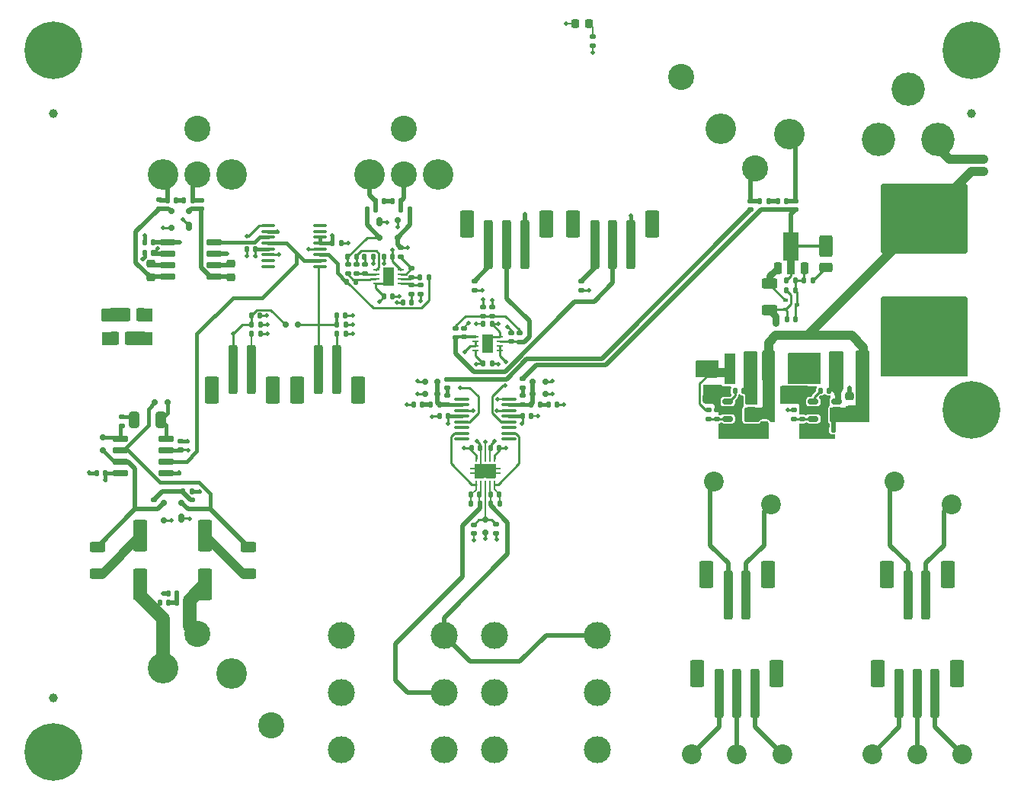
<source format=gbr>
%TF.GenerationSoftware,KiCad,Pcbnew,9.0.2*%
%TF.CreationDate,2025-06-30T01:24:13-05:00*%
%TF.ProjectId,STEVEannouncer,53544556-4561-46e6-9e6f-756e6365722e,rev?*%
%TF.SameCoordinates,PX52f83c0PY90f5600*%
%TF.FileFunction,Copper,L1,Top*%
%TF.FilePolarity,Positive*%
%FSLAX46Y46*%
G04 Gerber Fmt 4.6, Leading zero omitted, Abs format (unit mm)*
G04 Created by KiCad (PCBNEW 9.0.2) date 2025-06-30 01:24:13*
%MOMM*%
%LPD*%
G01*
G04 APERTURE LIST*
G04 Aperture macros list*
%AMRoundRect*
0 Rectangle with rounded corners*
0 $1 Rounding radius*
0 $2 $3 $4 $5 $6 $7 $8 $9 X,Y pos of 4 corners*
0 Add a 4 corners polygon primitive as box body*
4,1,4,$2,$3,$4,$5,$6,$7,$8,$9,$2,$3,0*
0 Add four circle primitives for the rounded corners*
1,1,$1+$1,$2,$3*
1,1,$1+$1,$4,$5*
1,1,$1+$1,$6,$7*
1,1,$1+$1,$8,$9*
0 Add four rect primitives between the rounded corners*
20,1,$1+$1,$2,$3,$4,$5,0*
20,1,$1+$1,$4,$5,$6,$7,0*
20,1,$1+$1,$6,$7,$8,$9,0*
20,1,$1+$1,$8,$9,$2,$3,0*%
%AMFreePoly0*
4,1,9,3.862500,-0.866500,0.737500,-0.866500,0.737500,-0.450000,-0.737500,-0.450000,-0.737500,0.450000,0.737500,0.450000,0.737500,0.866500,3.862500,0.866500,3.862500,-0.866500,3.862500,-0.866500,$1*%
G04 Aperture macros list end*
%TA.AperFunction,SMDPad,CuDef*%
%ADD10RoundRect,0.150000X0.150000X0.200000X-0.150000X0.200000X-0.150000X-0.200000X0.150000X-0.200000X0*%
%TD*%
%TA.AperFunction,SMDPad,CuDef*%
%ADD11RoundRect,0.150000X-0.150000X-0.200000X0.150000X-0.200000X0.150000X0.200000X-0.150000X0.200000X0*%
%TD*%
%TA.AperFunction,ComponentPad*%
%ADD12C,2.900000*%
%TD*%
%TA.AperFunction,ComponentPad*%
%ADD13C,3.400000*%
%TD*%
%TA.AperFunction,SMDPad,CuDef*%
%ADD14RoundRect,0.050000X-0.075000X0.250000X-0.075000X-0.250000X0.075000X-0.250000X0.075000X0.250000X0*%
%TD*%
%TA.AperFunction,ComponentPad*%
%ADD15C,0.600000*%
%TD*%
%TA.AperFunction,SMDPad,CuDef*%
%ADD16R,1.050000X0.680000*%
%TD*%
%TA.AperFunction,SMDPad,CuDef*%
%ADD17RoundRect,0.050000X-0.300000X0.075000X-0.300000X-0.075000X0.300000X-0.075000X0.300000X0.075000X0*%
%TD*%
%TA.AperFunction,SMDPad,CuDef*%
%ADD18R,2.400000X1.650000*%
%TD*%
%TA.AperFunction,SMDPad,CuDef*%
%ADD19RoundRect,0.062500X0.287500X0.062500X-0.287500X0.062500X-0.287500X-0.062500X0.287500X-0.062500X0*%
%TD*%
%TA.AperFunction,HeatsinkPad*%
%ADD20C,0.500000*%
%TD*%
%TA.AperFunction,HeatsinkPad*%
%ADD21R,1.200000X2.000000*%
%TD*%
%TA.AperFunction,SMDPad,CuDef*%
%ADD22RoundRect,0.062500X-0.287500X-0.062500X0.287500X-0.062500X0.287500X0.062500X-0.287500X0.062500X0*%
%TD*%
%TA.AperFunction,SMDPad,CuDef*%
%ADD23RoundRect,0.150000X-0.450000X-0.150000X0.450000X-0.150000X0.450000X0.150000X-0.450000X0.150000X0*%
%TD*%
%TA.AperFunction,ComponentPad*%
%ADD24C,2.200000*%
%TD*%
%TA.AperFunction,SMDPad,CuDef*%
%ADD25RoundRect,0.250000X-0.550000X-1.250000X0.550000X-1.250000X0.550000X1.250000X-0.550000X1.250000X0*%
%TD*%
%TA.AperFunction,SMDPad,CuDef*%
%ADD26RoundRect,0.250000X-0.250000X-2.500000X0.250000X-2.500000X0.250000X2.500000X-0.250000X2.500000X0*%
%TD*%
%TA.AperFunction,SMDPad,CuDef*%
%ADD27RoundRect,0.135000X-0.185000X0.135000X-0.185000X-0.135000X0.185000X-0.135000X0.185000X0.135000X0*%
%TD*%
%TA.AperFunction,SMDPad,CuDef*%
%ADD28RoundRect,0.140000X0.140000X0.170000X-0.140000X0.170000X-0.140000X-0.170000X0.140000X-0.170000X0*%
%TD*%
%TA.AperFunction,SMDPad,CuDef*%
%ADD29RoundRect,0.135000X0.135000X0.185000X-0.135000X0.185000X-0.135000X-0.185000X0.135000X-0.185000X0*%
%TD*%
%TA.AperFunction,SMDPad,CuDef*%
%ADD30RoundRect,0.100000X0.712500X0.100000X-0.712500X0.100000X-0.712500X-0.100000X0.712500X-0.100000X0*%
%TD*%
%TA.AperFunction,SMDPad,CuDef*%
%ADD31RoundRect,0.140000X-0.140000X-0.170000X0.140000X-0.170000X0.140000X0.170000X-0.140000X0.170000X0*%
%TD*%
%TA.AperFunction,SMDPad,CuDef*%
%ADD32RoundRect,0.250000X-0.650000X0.325000X-0.650000X-0.325000X0.650000X-0.325000X0.650000X0.325000X0*%
%TD*%
%TA.AperFunction,ComponentPad*%
%ADD33C,3.600000*%
%TD*%
%TA.AperFunction,ConnectorPad*%
%ADD34C,6.400000*%
%TD*%
%TA.AperFunction,SMDPad,CuDef*%
%ADD35RoundRect,0.150000X0.725000X0.150000X-0.725000X0.150000X-0.725000X-0.150000X0.725000X-0.150000X0*%
%TD*%
%TA.AperFunction,SMDPad,CuDef*%
%ADD36RoundRect,0.250000X0.250000X2.500000X-0.250000X2.500000X-0.250000X-2.500000X0.250000X-2.500000X0*%
%TD*%
%TA.AperFunction,SMDPad,CuDef*%
%ADD37RoundRect,0.250000X0.550000X1.250000X-0.550000X1.250000X-0.550000X-1.250000X0.550000X-1.250000X0*%
%TD*%
%TA.AperFunction,SMDPad,CuDef*%
%ADD38RoundRect,0.135000X0.185000X-0.135000X0.185000X0.135000X-0.185000X0.135000X-0.185000X-0.135000X0*%
%TD*%
%TA.AperFunction,SMDPad,CuDef*%
%ADD39RoundRect,0.100000X0.155000X0.100000X-0.155000X0.100000X-0.155000X-0.100000X0.155000X-0.100000X0*%
%TD*%
%TA.AperFunction,SMDPad,CuDef*%
%ADD40RoundRect,0.150000X-0.200000X0.150000X-0.200000X-0.150000X0.200000X-0.150000X0.200000X0.150000X0*%
%TD*%
%TA.AperFunction,SMDPad,CuDef*%
%ADD41RoundRect,0.147500X0.172500X-0.147500X0.172500X0.147500X-0.172500X0.147500X-0.172500X-0.147500X0*%
%TD*%
%TA.AperFunction,SMDPad,CuDef*%
%ADD42RoundRect,0.250000X0.950000X0.500000X-0.950000X0.500000X-0.950000X-0.500000X0.950000X-0.500000X0*%
%TD*%
%TA.AperFunction,SMDPad,CuDef*%
%ADD43RoundRect,0.250000X0.275000X0.500000X-0.275000X0.500000X-0.275000X-0.500000X0.275000X-0.500000X0*%
%TD*%
%TA.AperFunction,SMDPad,CuDef*%
%ADD44RoundRect,0.140000X0.170000X-0.140000X0.170000X0.140000X-0.170000X0.140000X-0.170000X-0.140000X0*%
%TD*%
%TA.AperFunction,SMDPad,CuDef*%
%ADD45RoundRect,0.135000X-0.135000X-0.185000X0.135000X-0.185000X0.135000X0.185000X-0.135000X0.185000X0*%
%TD*%
%TA.AperFunction,SMDPad,CuDef*%
%ADD46RoundRect,0.225000X-0.250000X0.225000X-0.250000X-0.225000X0.250000X-0.225000X0.250000X0.225000X0*%
%TD*%
%TA.AperFunction,SMDPad,CuDef*%
%ADD47RoundRect,0.250000X0.550000X-1.500000X0.550000X1.500000X-0.550000X1.500000X-0.550000X-1.500000X0*%
%TD*%
%TA.AperFunction,SMDPad,CuDef*%
%ADD48RoundRect,0.225000X0.250000X-0.225000X0.250000X0.225000X-0.250000X0.225000X-0.250000X-0.225000X0*%
%TD*%
%TA.AperFunction,SMDPad,CuDef*%
%ADD49C,1.000000*%
%TD*%
%TA.AperFunction,SMDPad,CuDef*%
%ADD50R,1.300000X3.500000*%
%TD*%
%TA.AperFunction,ComponentPad*%
%ADD51C,3.700000*%
%TD*%
%TA.AperFunction,SMDPad,CuDef*%
%ADD52RoundRect,0.250000X-0.950000X-0.500000X0.950000X-0.500000X0.950000X0.500000X-0.950000X0.500000X0*%
%TD*%
%TA.AperFunction,SMDPad,CuDef*%
%ADD53RoundRect,0.250000X-0.275000X-0.500000X0.275000X-0.500000X0.275000X0.500000X-0.275000X0.500000X0*%
%TD*%
%TA.AperFunction,SMDPad,CuDef*%
%ADD54RoundRect,0.147500X-0.147500X-0.172500X0.147500X-0.172500X0.147500X0.172500X-0.147500X0.172500X0*%
%TD*%
%TA.AperFunction,SMDPad,CuDef*%
%ADD55RoundRect,0.140000X-0.170000X0.140000X-0.170000X-0.140000X0.170000X-0.140000X0.170000X0.140000X0*%
%TD*%
%TA.AperFunction,SMDPad,CuDef*%
%ADD56RoundRect,0.250000X-0.625000X0.312500X-0.625000X-0.312500X0.625000X-0.312500X0.625000X0.312500X0*%
%TD*%
%TA.AperFunction,SMDPad,CuDef*%
%ADD57RoundRect,0.218750X-0.218750X-0.256250X0.218750X-0.256250X0.218750X0.256250X-0.218750X0.256250X0*%
%TD*%
%TA.AperFunction,SMDPad,CuDef*%
%ADD58RoundRect,0.175000X-0.175000X-0.325000X0.175000X-0.325000X0.175000X0.325000X-0.175000X0.325000X0*%
%TD*%
%TA.AperFunction,SMDPad,CuDef*%
%ADD59RoundRect,0.150000X-0.200000X-0.150000X0.200000X-0.150000X0.200000X0.150000X-0.200000X0.150000X0*%
%TD*%
%TA.AperFunction,SMDPad,CuDef*%
%ADD60RoundRect,0.147500X-0.172500X0.147500X-0.172500X-0.147500X0.172500X-0.147500X0.172500X0.147500X0*%
%TD*%
%TA.AperFunction,ComponentPad*%
%ADD61C,3.000000*%
%TD*%
%TA.AperFunction,SMDPad,CuDef*%
%ADD62RoundRect,0.100000X-0.637500X-0.100000X0.637500X-0.100000X0.637500X0.100000X-0.637500X0.100000X0*%
%TD*%
%TA.AperFunction,SMDPad,CuDef*%
%ADD63RoundRect,0.250000X-0.325000X-0.650000X0.325000X-0.650000X0.325000X0.650000X-0.325000X0.650000X0*%
%TD*%
%TA.AperFunction,SMDPad,CuDef*%
%ADD64RoundRect,0.250000X0.500000X-0.950000X0.500000X0.950000X-0.500000X0.950000X-0.500000X-0.950000X0*%
%TD*%
%TA.AperFunction,SMDPad,CuDef*%
%ADD65RoundRect,0.250000X0.500000X-0.275000X0.500000X0.275000X-0.500000X0.275000X-0.500000X-0.275000X0*%
%TD*%
%TA.AperFunction,SMDPad,CuDef*%
%ADD66RoundRect,0.225000X0.225000X-0.425000X0.225000X0.425000X-0.225000X0.425000X-0.225000X-0.425000X0*%
%TD*%
%TA.AperFunction,SMDPad,CuDef*%
%ADD67FreePoly0,90.000000*%
%TD*%
%TA.AperFunction,SMDPad,CuDef*%
%ADD68RoundRect,0.175000X0.175000X0.325000X-0.175000X0.325000X-0.175000X-0.325000X0.175000X-0.325000X0*%
%TD*%
%TA.AperFunction,SMDPad,CuDef*%
%ADD69RoundRect,0.150000X0.200000X0.150000X-0.200000X0.150000X-0.200000X-0.150000X0.200000X-0.150000X0*%
%TD*%
%TA.AperFunction,SMDPad,CuDef*%
%ADD70RoundRect,0.150000X-0.725000X-0.150000X0.725000X-0.150000X0.725000X0.150000X-0.725000X0.150000X0*%
%TD*%
%TA.AperFunction,SMDPad,CuDef*%
%ADD71RoundRect,0.147500X0.147500X0.172500X-0.147500X0.172500X-0.147500X-0.172500X0.147500X-0.172500X0*%
%TD*%
%TA.AperFunction,SMDPad,CuDef*%
%ADD72RoundRect,0.249998X-4.550002X3.650002X-4.550002X-3.650002X4.550002X-3.650002X4.550002X3.650002X0*%
%TD*%
%TA.AperFunction,ViaPad*%
%ADD73C,0.500000*%
%TD*%
%TA.AperFunction,Conductor*%
%ADD74C,0.200000*%
%TD*%
%TA.AperFunction,Conductor*%
%ADD75C,0.250000*%
%TD*%
%TA.AperFunction,Conductor*%
%ADD76C,0.500000*%
%TD*%
%TA.AperFunction,Conductor*%
%ADD77C,0.400000*%
%TD*%
%TA.AperFunction,Conductor*%
%ADD78C,1.000000*%
%TD*%
%TA.AperFunction,Conductor*%
%ADD79C,0.750000*%
%TD*%
%TA.AperFunction,Conductor*%
%ADD80C,1.500000*%
%TD*%
%TA.AperFunction,Conductor*%
%ADD81C,0.300000*%
%TD*%
%TA.AperFunction,Conductor*%
%ADD82C,0.600000*%
%TD*%
G04 APERTURE END LIST*
D10*
%TO.P,D403,1,K*%
%TO.N,/IFB Path/VCA_INL*%
X57300000Y43800000D03*
%TO.P,D403,2,A*%
%TO.N,GND*%
X58700000Y43800000D03*
%TD*%
D11*
%TO.P,D401,2,A*%
%TO.N,/IFB Path/VCA_INL*%
X57300000Y45200000D03*
%TO.P,D401,1,K*%
%TO.N,GND*%
X58700000Y45200000D03*
%TD*%
D12*
%TO.P,J301,G*%
%TO.N,GND*%
X28250000Y6980000D03*
%TO.P,J301,3*%
%TO.N,/Mic Path/Mic3*%
X20000000Y17150000D03*
D13*
%TO.P,J301,2*%
%TO.N,/Mic Path/Mic2*%
X16190000Y13335000D03*
%TO.P,J301,1*%
%TO.N,GND*%
X23810000Y12700000D03*
%TD*%
D14*
%TO.P,U403,1,+*%
%TO.N,GND*%
X53000000Y36630000D03*
%TO.P,U403,2,V+*%
%TO.N,+5V*%
X52500000Y36630000D03*
%TO.P,U403,3,GND*%
%TO.N,GND*%
X52000000Y36630000D03*
%TO.P,U403,4,V-*%
%TO.N,-5V*%
X51500000Y36630000D03*
%TO.P,U403,5,+*%
%TO.N,GND*%
X51000000Y36630000D03*
%TO.P,U403,6,-*%
%TO.N,/IFB Path/VCA_OUTR*%
X51000000Y33830000D03*
%TO.P,U403,7*%
%TO.N,/IFB Path/HP_R*%
X51500000Y33830000D03*
%TO.P,U403,8,EN*%
%TO.N,Net-(D405-A)*%
X52000000Y33830000D03*
%TO.P,U403,9*%
%TO.N,/IFB Path/HP_L*%
X52500000Y33830000D03*
%TO.P,U403,10,-*%
%TO.N,/IFB Path/VCA_OUTL*%
X53000000Y33830000D03*
D15*
%TO.P,U403,11,V-*%
%TO.N,-5V*%
X52750000Y35730000D03*
X51250000Y35730000D03*
D16*
X52635000Y35680000D03*
X51365000Y35680000D03*
D17*
X53350000Y35480000D03*
X50650000Y35480000D03*
D15*
X52000000Y35230000D03*
D18*
X52000000Y35230000D03*
D17*
X53350000Y34980000D03*
X50650000Y34980000D03*
D16*
X52635000Y34780000D03*
X51365000Y34780000D03*
D15*
X52750000Y34730000D03*
X51250000Y34730000D03*
%TD*%
D19*
%TO.P,U402,1*%
%TO.N,/IFB Path/VCAL_E-*%
X53630000Y48630000D03*
%TO.P,U402,2,-*%
X53630000Y49130000D03*
%TO.P,U402,3,+*%
%TO.N,Net-(J405-Pin_2)*%
X53630000Y49630000D03*
%TO.P,U402,4,V-*%
%TO.N,-5V*%
X53630000Y50130000D03*
%TO.P,U402,5,+*%
%TO.N,Net-(J403-Pin_2)*%
X50930000Y50130000D03*
%TO.P,U402,6,-*%
%TO.N,/IFB Path/VCAR_E-*%
X50930000Y49630000D03*
%TO.P,U402,7*%
X50930000Y49130000D03*
%TO.P,U402,8,V+*%
%TO.N,+5V*%
X50930000Y48630000D03*
D20*
%TO.P,U402,9,Pad*%
%TO.N,-5V*%
X52630000Y48630000D03*
X52630000Y49380000D03*
X52630000Y50130000D03*
D21*
X52280000Y49380000D03*
D20*
X51930000Y48630000D03*
X51930000Y49380000D03*
X51930000Y50130000D03*
%TD*%
D22*
%TO.P,U302,1*%
%TO.N,Net-(R316-Pad1)*%
X39900000Y57600000D03*
%TO.P,U302,2,-*%
%TO.N,Net-(U302A--)*%
X39900000Y57100000D03*
%TO.P,U302,3,+*%
%TO.N,Net-(U302A-+)*%
X39900000Y56600000D03*
%TO.P,U302,4,V-*%
%TO.N,-5V*%
X39900000Y56100000D03*
%TO.P,U302,5,+*%
%TO.N,Net-(U302B-+)*%
X42600000Y56100000D03*
%TO.P,U302,6,-*%
%TO.N,Net-(U302B--)*%
X42600000Y56600000D03*
%TO.P,U302,7*%
%TO.N,Net-(R317-Pad1)*%
X42600000Y57100000D03*
%TO.P,U302,8,V+*%
%TO.N,+5V*%
X42600000Y57600000D03*
D20*
%TO.P,U302,9,Pad*%
%TO.N,-5V*%
X40900000Y57600000D03*
X40900000Y56850000D03*
X40900000Y56100000D03*
D21*
X41250000Y56850000D03*
D20*
X41600000Y57600000D03*
X41600000Y56850000D03*
X41600000Y56100000D03*
%TD*%
D23*
%TO.P,U202,1,Boot*%
%TO.N,Net-(U202-Boot)*%
X88450000Y42950000D03*
%TO.P,U202,2,GND*%
%TO.N,-5V*%
X88450000Y42000000D03*
%TO.P,U202,3,FB*%
%TO.N,Net-(U202-FB)*%
X88450000Y41050000D03*
%TO.P,U202,4,EN*%
%TO.N,/Power/vbulk*%
X91050000Y41050000D03*
%TO.P,U202,5,VIN*%
X91050000Y42000000D03*
%TO.P,U202,6,SW*%
%TO.N,Net-(U202-SW)*%
X91050000Y42950000D03*
%TD*%
%TO.P,U201,1,Boot*%
%TO.N,Net-(U201-Boot)*%
X78950000Y42950000D03*
%TO.P,U201,2,GND*%
%TO.N,GND*%
X78950000Y42000000D03*
%TO.P,U201,3,FB*%
%TO.N,Net-(U201-FB)*%
X78950000Y41050000D03*
%TO.P,U201,4,EN*%
%TO.N,/Power/vbulk*%
X81550000Y41050000D03*
%TO.P,U201,5,VIN*%
X81550000Y42000000D03*
%TO.P,U201,6,SW*%
%TO.N,Net-(U201-SW)*%
X81550000Y42950000D03*
%TD*%
D24*
%TO.P,SW301,1,A*%
%TO.N,Net-(J302-Pin_1)*%
X77460000Y34080000D03*
%TO.P,SW301,2,B*%
%TO.N,Net-(J302-Pin_2)*%
X83810000Y31540000D03*
%TD*%
D25*
%TO.P,J302,MP,MP*%
%TO.N,unconnected-(J302-PadMP)_1*%
X83400000Y23750000D03*
%TO.N,unconnected-(J302-PadMP)*%
X76600000Y23750000D03*
D26*
%TO.P,J302,2,Pin_2*%
%TO.N,Net-(J302-Pin_2)*%
X81000000Y21500000D03*
%TO.P,J302,1,Pin_1*%
%TO.N,Net-(J302-Pin_1)*%
X79000000Y21500000D03*
%TD*%
D27*
%TO.P,R402,1*%
%TO.N,Net-(C402-Pad2)*%
X47800000Y43620000D03*
%TO.P,R402,2*%
%TO.N,/IFB Path/VCA_INR*%
X47800000Y42600000D03*
%TD*%
D28*
%TO.P,C416,1*%
%TO.N,Net-(C416-Pad1)*%
X85480000Y65250000D03*
%TO.P,C416,2*%
%TO.N,GND*%
X84520000Y65250000D03*
%TD*%
D26*
%TO.P,J405,1,Pin_1*%
%TO.N,Net-(J405-Pin_1)*%
X52400000Y60400000D03*
%TO.P,J405,2,Pin_2*%
%TO.N,Net-(J405-Pin_2)*%
X54400000Y60400000D03*
%TO.P,J405,3,Pin_3*%
%TO.N,GND*%
X56400000Y60400000D03*
D25*
%TO.P,J405,MP,Pin_3*%
%TO.N,unconnected-(J405-Pin_3-PadMP)_1*%
X50000000Y62650000D03*
%TO.N,unconnected-(J405-Pin_3-PadMP)*%
X58800000Y62650000D03*
%TD*%
D29*
%TO.P,R203,1*%
%TO.N,Net-(D201-A)*%
X88410000Y56387500D03*
%TO.P,R203,2*%
%TO.N,Net-(Q201-C)*%
X87390000Y56387500D03*
%TD*%
D28*
%TO.P,C417,1*%
%TO.N,GND*%
X83500000Y65250000D03*
%TO.P,C417,2*%
%TO.N,Net-(C417-Pad2)*%
X82540000Y65250000D03*
%TD*%
D24*
%TO.P,RV402,1,1*%
%TO.N,Net-(J404-Pin_1)*%
X95000000Y3800000D03*
%TO.P,RV402,2,2*%
%TO.N,Net-(J404-Pin_2)*%
X100000000Y3800000D03*
%TO.P,RV402,3,3*%
%TO.N,Net-(J404-Pin_3-Pad3)*%
X105000000Y3800000D03*
%TD*%
D30*
%TO.P,U401,1,NC*%
%TO.N,unconnected-(U401C-NC-Pad1)*%
X54637500Y38777500D03*
%TO.P,U401,2,OUT*%
%TO.N,/IFB Path/VCA_OUTL*%
X54637500Y39412500D03*
%TO.P,U401,3,SYM*%
%TO.N,unconnected-(U401A-SYM-Pad3)*%
X54637500Y40047500D03*
%TO.P,U401,4,E-*%
%TO.N,/IFB Path/VCAL_E-*%
X54637500Y40682500D03*
%TO.P,U401,5,V-*%
%TO.N,-5V*%
X54637500Y41317500D03*
%TO.P,U401,6,E+*%
%TO.N,GND*%
X54637500Y41952500D03*
%TO.P,U401,7,IN*%
%TO.N,/IFB Path/VCA_INL*%
X54637500Y42587500D03*
%TO.P,U401,8,GND*%
%TO.N,GND*%
X54637500Y43222500D03*
%TO.P,U401,9,NC*%
%TO.N,unconnected-(U401C-NC-Pad9)*%
X49362500Y43222500D03*
%TO.P,U401,10,IN*%
%TO.N,/IFB Path/VCA_INR*%
X49362500Y42587500D03*
%TO.P,U401,11,E+*%
%TO.N,GND*%
X49362500Y41952500D03*
%TO.P,U401,12,V+*%
%TO.N,+5V*%
X49362500Y41317500D03*
%TO.P,U401,13,E-*%
%TO.N,/IFB Path/VCAR_E-*%
X49362500Y40682500D03*
%TO.P,U401,14,SYM*%
%TO.N,unconnected-(U401B-SYM-Pad14)*%
X49362500Y40047500D03*
%TO.P,U401,15,OUT*%
%TO.N,/IFB Path/VCA_OUTR*%
X49362500Y39412500D03*
%TO.P,U401,16,NC*%
%TO.N,unconnected-(U401C-NC-Pad16)*%
X49362500Y38777500D03*
%TD*%
D29*
%TO.P,R411,1*%
%TO.N,/IFB Path/VCA_OUTL*%
X53610000Y31655000D03*
%TO.P,R411,2*%
%TO.N,/IFB Path/HP_L*%
X52590000Y31655000D03*
%TD*%
D13*
%TO.P,J401,1*%
%TO.N,GND*%
X78190000Y73300000D03*
%TO.P,J401,2*%
%TO.N,Net-(C416-Pad1)*%
X85810000Y72665000D03*
D12*
%TO.P,J401,3*%
%TO.N,Net-(C417-Pad2)*%
X82000000Y68850000D03*
%TO.P,J401,G*%
%TO.N,GND*%
X73750000Y79020000D03*
%TD*%
D26*
%TO.P,J403,1,Pin_1*%
%TO.N,Net-(J403-Pin_1)*%
X64200000Y60400000D03*
%TO.P,J403,2,Pin_2*%
%TO.N,Net-(J403-Pin_2)*%
X66200000Y60400000D03*
%TO.P,J403,3,Pin_3*%
%TO.N,GND*%
X68200000Y60400000D03*
D25*
%TO.P,J403,MP,Pin_3*%
%TO.N,unconnected-(J403-Pin_3-PadMP)*%
X61800000Y62650000D03*
%TO.N,unconnected-(J403-Pin_3-PadMP)_1*%
X70600000Y62650000D03*
%TD*%
D31*
%TO.P,C322,1*%
%TO.N,+5V*%
X35040000Y60600000D03*
%TO.P,C322,2*%
%TO.N,GND*%
X36000000Y60600000D03*
%TD*%
%TO.P,C303,1*%
%TO.N,/Mic Path/Mic2*%
X15845000Y20600000D03*
%TO.P,C303,2*%
%TO.N,Net-(C302-Pad2)*%
X16805000Y20600000D03*
%TD*%
D13*
%TO.P,J306,1*%
%TO.N,GND*%
X46810000Y68220000D03*
%TO.P,J306,2*%
%TO.N,/Mic Path/TB_OUT2*%
X39190000Y68220000D03*
D12*
%TO.P,J306,3*%
%TO.N,/Mic Path/TB_OUT3*%
X43000000Y68220000D03*
%TO.P,J306,G*%
%TO.N,GND*%
X43000000Y73300000D03*
%TD*%
D32*
%TO.P,C207,1*%
%TO.N,+5V*%
X77050000Y46215000D03*
%TO.P,C207,2*%
%TO.N,GND*%
X77050000Y43265000D03*
%TD*%
D33*
%TO.P,H103,1,1*%
%TO.N,GND*%
X106000000Y42000000D03*
D34*
X106000000Y42000000D03*
%TD*%
D24*
%TO.P,RV401,1,1*%
%TO.N,Net-(J402-Pin_1)*%
X75000000Y3800000D03*
%TO.P,RV401,2,2*%
%TO.N,Net-(J402-Pin_2)*%
X80000000Y3800000D03*
%TO.P,RV401,3,3*%
%TO.N,Net-(J402-Pin_3-Pad3)*%
X85000000Y3800000D03*
%TD*%
D28*
%TO.P,C301,1*%
%TO.N,-5V*%
X26455000Y59925000D03*
%TO.P,C301,2*%
%TO.N,GND*%
X25495000Y59925000D03*
%TD*%
D35*
%TO.P,U304,1,OUT-*%
%TO.N,/Mic Path/MicOut-*%
X21875000Y56845000D03*
%TO.P,U304,2,SNS-*%
%TO.N,Net-(U304-SNS-)*%
X21875000Y58115000D03*
%TO.P,U304,3,GND*%
%TO.N,GND*%
X21875000Y59385000D03*
%TO.P,U304,4,IN*%
%TO.N,/Mic Path/MicOut*%
X21875000Y60655000D03*
%TO.P,U304,5,V-*%
%TO.N,-5V*%
X16725000Y60655000D03*
%TO.P,U304,6,V+*%
%TO.N,+5V*%
X16725000Y59385000D03*
%TO.P,U304,7,SNS+*%
%TO.N,Net-(U304-SNS+)*%
X16725000Y58115000D03*
%TO.P,U304,8,OUT+*%
%TO.N,/Mic Path/MicOut+*%
X16725000Y56845000D03*
%TD*%
D36*
%TO.P,J304,1,Pin_1*%
%TO.N,Net-(J304-Pin_1)*%
X26000000Y46500000D03*
%TO.P,J304,2,Pin_2*%
%TO.N,/Mic Path/MuteSel*%
X24000000Y46500000D03*
D37*
%TO.P,J304,MP,MP*%
%TO.N,unconnected-(J304-PadMP)_1*%
X28400000Y44250000D03*
%TO.N,unconnected-(J304-PadMP)*%
X21600000Y44250000D03*
%TD*%
D38*
%TO.P,R405,1*%
%TO.N,Net-(J405-Pin_2)*%
X55800000Y49600000D03*
%TO.P,R405,2*%
%TO.N,Net-(R405-Pad2)*%
X55800000Y50620000D03*
%TD*%
D39*
%TO.P,Q201,1,B*%
%TO.N,Net-(Q201-B)*%
X85355000Y54187500D03*
%TO.P,Q201,2,E*%
%TO.N,Net-(D202-A)*%
X85355000Y53187500D03*
%TO.P,Q201,3,C*%
%TO.N,Net-(Q201-C)*%
X86645000Y53687500D03*
%TD*%
D32*
%TO.P,C208,1*%
%TO.N,GND*%
X86550000Y46235000D03*
%TO.P,C208,2*%
%TO.N,-5V*%
X86550000Y43285000D03*
%TD*%
D40*
%TO.P,D203,1,K*%
%TO.N,/Power/vbulk*%
X107400000Y68500000D03*
%TO.P,D203,2,A*%
%TO.N,Net-(D203-A)*%
X107400000Y69900000D03*
%TD*%
D24*
%TO.P,SW302,1,A*%
%TO.N,Net-(J305-Pin_1)*%
X97460000Y34080000D03*
%TO.P,SW302,2,B*%
%TO.N,Net-(J305-Pin_2)*%
X103810000Y31540000D03*
%TD*%
D41*
%TO.P,FB302,1*%
%TO.N,/Mic Path/MicOut-*%
X20400000Y64365000D03*
%TO.P,FB302,2*%
%TO.N,/Mic Path/MicOut3*%
X20400000Y65335000D03*
%TD*%
D28*
%TO.P,C201,1*%
%TO.N,Net-(Q201-C)*%
X86480000Y52087500D03*
%TO.P,C201,2*%
%TO.N,Net-(D202-A)*%
X85520000Y52087500D03*
%TD*%
D42*
%TO.P,D302,1,K*%
%TO.N,+5V*%
X11415000Y52580000D03*
D43*
%TO.P,D302,2,A*%
%TO.N,GND*%
X13790000Y52580000D03*
%TD*%
D38*
%TO.P,R320,1*%
%TO.N,Net-(R317-Pad1)*%
X42630000Y59020000D03*
%TO.P,R320,2*%
%TO.N,Net-(D308-Pad3)*%
X42630000Y60040000D03*
%TD*%
D31*
%TO.P,C314,1*%
%TO.N,GND*%
X14170000Y59450000D03*
%TO.P,C314,2*%
%TO.N,+5V*%
X15130000Y59450000D03*
%TD*%
D44*
%TO.P,C409,1*%
%TO.N,GND*%
X50741552Y28326172D03*
%TO.P,C409,2*%
%TO.N,Net-(D405-A)*%
X50741552Y29286172D03*
%TD*%
D45*
%TO.P,R309,1*%
%TO.N,/Mic Path/MuteSel*%
X25990000Y51500000D03*
%TO.P,R309,2*%
%TO.N,GND*%
X27010000Y51500000D03*
%TD*%
D44*
%TO.P,C406,1*%
%TO.N,Net-(J403-Pin_2)*%
X49690000Y50130000D03*
%TO.P,C406,2*%
%TO.N,GND*%
X49690000Y51090000D03*
%TD*%
D46*
%TO.P,C203,1*%
%TO.N,/Power/vbulk*%
X83050000Y41875000D03*
%TO.P,C203,2*%
%TO.N,GND*%
X83050000Y40325000D03*
%TD*%
D28*
%TO.P,C323,1*%
%TO.N,GND*%
X36480000Y52500000D03*
%TO.P,C323,2*%
%TO.N,/Mic Path/TBSel*%
X35520000Y52500000D03*
%TD*%
D45*
%TO.P,R311,1*%
%TO.N,/Mic Path/TBOut*%
X36630000Y56270000D03*
%TO.P,R311,2*%
%TO.N,Net-(U302A-+)*%
X37650000Y56270000D03*
%TD*%
D47*
%TO.P,C306,1*%
%TO.N,/Mic Path/Mic3*%
X20900000Y22625000D03*
%TO.P,C306,2*%
%TO.N,Net-(C306-Pad2)*%
X20900000Y28025000D03*
%TD*%
D33*
%TO.P,H101,1,1*%
%TO.N,GND*%
X4000000Y4000000D03*
D34*
X4000000Y4000000D03*
%TD*%
D48*
%TO.P,C204,1*%
%TO.N,/Power/vbulk*%
X92530000Y42000000D03*
%TO.P,C204,2*%
%TO.N,GND*%
X92530000Y43550000D03*
%TD*%
D38*
%TO.P,R209,1*%
%TO.N,+5V*%
X64000000Y82490000D03*
%TO.P,R209,2*%
%TO.N,Net-(D204-A)*%
X64000000Y83510000D03*
%TD*%
D47*
%TO.P,C305,1*%
%TO.N,/Mic Path/Mic2*%
X13650000Y22625000D03*
%TO.P,C305,2*%
%TO.N,Net-(C305-Pad2)*%
X13650000Y28025000D03*
%TD*%
D31*
%TO.P,C308,1*%
%TO.N,GND*%
X40770000Y59060000D03*
%TO.P,C308,2*%
%TO.N,+5V*%
X41730000Y59060000D03*
%TD*%
D28*
%TO.P,C404,1*%
%TO.N,Net-(C404-Pad1)*%
X45000000Y42600000D03*
%TO.P,C404,2*%
%TO.N,GND*%
X44040000Y42600000D03*
%TD*%
D26*
%TO.P,J404,1,Pin_1*%
%TO.N,Net-(J404-Pin_1)*%
X98000000Y10500000D03*
%TO.P,J404,2,Pin_2*%
%TO.N,Net-(J404-Pin_2)*%
X100000000Y10500000D03*
%TO.P,J404,3,Pin_3*%
%TO.N,Net-(J404-Pin_3-Pad3)*%
X102000000Y10500000D03*
D25*
%TO.P,J404,MP,Pin_3*%
%TO.N,unconnected-(J404-Pin_3-PadMP)*%
X95600000Y12750000D03*
%TO.N,unconnected-(J404-Pin_3-PadMP)_1*%
X104400000Y12750000D03*
%TD*%
D44*
%TO.P,C310,1*%
%TO.N,+5V*%
X18160000Y37590000D03*
%TO.P,C310,2*%
%TO.N,GND*%
X18160000Y38550000D03*
%TD*%
D45*
%TO.P,R201,1*%
%TO.N,IFB_PIN2*%
X85490000Y56387500D03*
%TO.P,R201,2*%
%TO.N,Net-(Q201-C)*%
X86510000Y56387500D03*
%TD*%
D36*
%TO.P,J303,1,Pin_1*%
%TO.N,Net-(J303-Pin_1)*%
X35500000Y46500000D03*
%TO.P,J303,2,Pin_2*%
%TO.N,/Mic Path/TBSel*%
X33500000Y46500000D03*
D37*
%TO.P,J303,MP,MP*%
%TO.N,unconnected-(J303-PadMP)_1*%
X37900000Y44250000D03*
%TO.N,unconnected-(J303-PadMP)*%
X31100000Y44250000D03*
%TD*%
D31*
%TO.P,C414,1*%
%TO.N,GND*%
X50460000Y37840000D03*
%TO.P,C414,2*%
%TO.N,-5V*%
X51420000Y37840000D03*
%TD*%
D38*
%TO.P,R303,1*%
%TO.N,/Mic Path/Micpre+*%
X15175000Y30990000D03*
%TO.P,R303,2*%
%TO.N,Net-(R303-Pad2)*%
X15175000Y32010000D03*
%TD*%
D29*
%TO.P,R319,1*%
%TO.N,Net-(R316-Pad1)*%
X37746000Y59068500D03*
%TO.P,R319,2*%
%TO.N,Net-(D308-Pad2)*%
X36726000Y59068500D03*
%TD*%
D10*
%TO.P,D306,1,K*%
%TO.N,/Mic Path/MuteSel*%
X29800000Y51500000D03*
%TO.P,D306,2,A*%
%TO.N,/Mic Path/TBSel*%
X31200000Y51500000D03*
%TD*%
D49*
%TO.P,FID103,*%
%TO.N,*%
X106000000Y75000000D03*
%TD*%
D50*
%TO.P,L202,1,1*%
%TO.N,Net-(U202-SW)*%
X90850000Y46620000D03*
%TO.P,L202,2,2*%
%TO.N,GND*%
X88650000Y46620000D03*
%TD*%
D51*
%TO.P,J201,1*%
%TO.N,Net-(D203-A)*%
X102300000Y72060000D03*
%TO.P,J201,2*%
%TO.N,GND*%
X99000000Y77650000D03*
%TO.P,J201,3*%
X95700000Y72060000D03*
%TD*%
D52*
%TO.P,D303,1,K*%
%TO.N,GND*%
X13125000Y49950000D03*
D53*
%TO.P,D303,2,A*%
%TO.N,-5V*%
X10750000Y49950000D03*
%TD*%
D40*
%TO.P,D405,1,K*%
%TO.N,+5V*%
X51991552Y28416068D03*
%TO.P,D405,2,A*%
%TO.N,Net-(D405-A)*%
X51991552Y29816068D03*
%TD*%
D38*
%TO.P,R205,1*%
%TO.N,Net-(U201-FB)*%
X77730000Y41000000D03*
%TO.P,R205,2*%
%TO.N,GND*%
X77730000Y42020000D03*
%TD*%
D10*
%TO.P,D402,1,K*%
%TO.N,GND*%
X45300000Y43800000D03*
%TO.P,D402,2,A*%
%TO.N,/IFB Path/VCA_INR*%
X46700000Y43800000D03*
%TD*%
D31*
%TO.P,C413,1*%
%TO.N,GND*%
X51800000Y51590000D03*
%TO.P,C413,2*%
%TO.N,-5V*%
X52760000Y51590000D03*
%TD*%
D28*
%TO.P,C410,1*%
%TO.N,GND*%
X57090000Y41320000D03*
%TO.P,C410,2*%
%TO.N,-5V*%
X56130000Y41320000D03*
%TD*%
D54*
%TO.P,FB303,1*%
%TO.N,Net-(D308-Pad2)*%
X38870000Y64315000D03*
%TO.P,FB303,2*%
%TO.N,/Mic Path/TB_OUT2*%
X39840000Y64315000D03*
%TD*%
D31*
%TO.P,C315,1*%
%TO.N,GND*%
X14170000Y60650000D03*
%TO.P,C315,2*%
%TO.N,-5V*%
X15130000Y60650000D03*
%TD*%
D55*
%TO.P,C402,1*%
%TO.N,/IFB Path/IFB_Pin3*%
X47800000Y45460000D03*
%TO.P,C402,2*%
%TO.N,Net-(C402-Pad2)*%
X47800000Y44500000D03*
%TD*%
D41*
%TO.P,FB301,1*%
%TO.N,/Mic Path/MicOut+*%
X15800000Y64415000D03*
%TO.P,FB301,2*%
%TO.N,/Mic Path/MicOut2*%
X15800000Y65385000D03*
%TD*%
D56*
%TO.P,R301,1*%
%TO.N,/Mic Path/Micpre+*%
X8900000Y26787500D03*
%TO.P,R301,2*%
%TO.N,Net-(C305-Pad2)*%
X8900000Y23862500D03*
%TD*%
D31*
%TO.P,C403,1*%
%TO.N,Net-(C403-Pad1)*%
X59020000Y42600000D03*
%TO.P,C403,2*%
%TO.N,GND*%
X59980000Y42600000D03*
%TD*%
D27*
%TO.P,R413,1*%
%TO.N,Net-(D405-A)*%
X53241552Y29316172D03*
%TO.P,R413,2*%
%TO.N,+5V*%
X53241552Y28296172D03*
%TD*%
%TO.P,R409,1*%
%TO.N,+5V*%
X52750000Y53490000D03*
%TO.P,R409,2*%
%TO.N,Net-(R405-Pad2)*%
X52750000Y52470000D03*
%TD*%
D40*
%TO.P,D304,1,K*%
%TO.N,/Mic Path/Micpre+*%
X9500000Y37585000D03*
%TO.P,D304,2,A*%
%TO.N,/Mic Path/RG1*%
X9500000Y38985000D03*
%TD*%
D57*
%TO.P,D204,1,K*%
%TO.N,GND*%
X62000000Y85000000D03*
%TO.P,D204,2,A*%
%TO.N,Net-(D204-A)*%
X63575000Y85000000D03*
%TD*%
D58*
%TO.P,D308,1,-*%
%TO.N,-5V*%
X40250000Y62902500D03*
D59*
%TO.P,D308,2*%
%TO.N,Net-(D308-Pad2)*%
X40250000Y61202500D03*
%TO.P,D308,3*%
%TO.N,Net-(D308-Pad3)*%
X42250000Y61202500D03*
%TO.P,D308,4,+*%
%TO.N,+5V*%
X42250000Y63102500D03*
%TD*%
D60*
%TO.P,FB402,1*%
%TO.N,Net-(C417-Pad2)*%
X81500000Y65235000D03*
%TO.P,FB402,2*%
%TO.N,/IFB Path/IFB_Pin3*%
X81500000Y64265000D03*
%TD*%
D31*
%TO.P,C206,1*%
%TO.N,Net-(U202-Boot)*%
X89270000Y44160000D03*
%TO.P,C206,2*%
%TO.N,Net-(U202-SW)*%
X90230000Y44160000D03*
%TD*%
D44*
%TO.P,C405,1*%
%TO.N,Net-(J405-Pin_2)*%
X54870000Y49630000D03*
%TO.P,C405,2*%
%TO.N,GND*%
X54870000Y50590000D03*
%TD*%
D61*
%TO.P,J407,R*%
%TO.N,unconnected-(J407-PadR)*%
X64430000Y10600000D03*
%TO.P,J407,RN*%
%TO.N,unconnected-(J407-PadRN)*%
X53000000Y10600000D03*
%TO.P,J407,S*%
%TO.N,GND*%
X64430000Y4250000D03*
%TO.P,J407,SN*%
X53000000Y4250000D03*
%TO.P,J407,T*%
%TO.N,/IFB Path/HP_L*%
X64430000Y16950000D03*
%TO.P,J407,TN*%
%TO.N,unconnected-(J407-PadTN)*%
X53000000Y16950000D03*
%TD*%
D33*
%TO.P,H102,1,1*%
%TO.N,GND*%
X4000000Y82000000D03*
D34*
X4000000Y82000000D03*
%TD*%
D27*
%TO.P,R401,1*%
%TO.N,Net-(C401-Pad2)*%
X56200000Y43610000D03*
%TO.P,R401,2*%
%TO.N,/IFB Path/VCA_INL*%
X56200000Y42590000D03*
%TD*%
D62*
%TO.P,U301,1,SEL*%
%TO.N,/Mic Path/MuteSel*%
X27887500Y62525000D03*
%TO.P,U301,2,SA*%
%TO.N,GND*%
X27887500Y61875000D03*
%TO.P,U301,3,D*%
%TO.N,/Mic Path/MicOut*%
X27887500Y61225000D03*
%TO.P,U301,4,SB*%
%TO.N,/Mic Path/MicpreOut*%
X27887500Y60575000D03*
%TO.P,U301,5,VSS*%
%TO.N,-5V*%
X27887500Y59925000D03*
%TO.P,U301,6,GND*%
%TO.N,GND*%
X27887500Y59275000D03*
%TO.P,U301,7,NC*%
%TO.N,unconnected-(U301C-NC-Pad7)*%
X27887500Y58625000D03*
%TO.P,U301,8,NC*%
%TO.N,unconnected-(U301C-NC-Pad8)*%
X27887500Y57975000D03*
%TO.P,U301,9,SEL*%
%TO.N,/Mic Path/TBSel*%
X33612500Y57975000D03*
%TO.P,U301,10,SA*%
%TO.N,/Mic Path/MicpreOut*%
X33612500Y58625000D03*
%TO.P,U301,11,D*%
%TO.N,/Mic Path/TBOut*%
X33612500Y59275000D03*
%TO.P,U301,12,SB*%
%TO.N,GND*%
X33612500Y59925000D03*
%TO.P,U301,13,VCC*%
%TO.N,+5V*%
X33612500Y60575000D03*
%TO.P,U301,14,EN*%
X33612500Y61225000D03*
%TO.P,U301,15,NC*%
%TO.N,unconnected-(U301C-NC-Pad15)*%
X33612500Y61875000D03*
%TO.P,U301,16,NC*%
%TO.N,unconnected-(U301C-NC-Pad16)*%
X33612500Y62525000D03*
%TD*%
D61*
%TO.P,J406,R*%
%TO.N,/IFB Path/HP_R*%
X47430000Y10600000D03*
%TO.P,J406,RN*%
%TO.N,unconnected-(J406-PadRN)*%
X36000000Y10600000D03*
%TO.P,J406,S*%
%TO.N,GND*%
X47430000Y4250000D03*
%TO.P,J406,SN*%
X36000000Y4250000D03*
%TO.P,J406,T*%
%TO.N,/IFB Path/HP_L*%
X47430000Y16950000D03*
%TO.P,J406,TN*%
%TO.N,unconnected-(J406-PadTN)*%
X36000000Y16950000D03*
%TD*%
D45*
%TO.P,R307,1*%
%TO.N,Net-(J303-Pin_1)*%
X35490000Y50500000D03*
%TO.P,R307,2*%
%TO.N,+5V*%
X36510000Y50500000D03*
%TD*%
D38*
%TO.P,R208,1*%
%TO.N,Net-(U202-FB)*%
X86290000Y41020000D03*
%TO.P,R208,2*%
%TO.N,GND*%
X86290000Y42040000D03*
%TD*%
D29*
%TO.P,R404,1*%
%TO.N,/IFB Path/VCA_INR*%
X46910000Y42600000D03*
%TO.P,R404,2*%
%TO.N,Net-(C404-Pad1)*%
X45890000Y42600000D03*
%TD*%
D56*
%TO.P,R302,1*%
%TO.N,/Mic Path/Micpre-*%
X25675000Y26787500D03*
%TO.P,R302,2*%
%TO.N,Net-(C306-Pad2)*%
X25675000Y23862500D03*
%TD*%
D13*
%TO.P,J307,1*%
%TO.N,GND*%
X23810000Y68220000D03*
%TO.P,J307,2*%
%TO.N,/Mic Path/MicOut2*%
X16190000Y68220000D03*
D12*
%TO.P,J307,3*%
%TO.N,/Mic Path/MicOut3*%
X20000000Y68220000D03*
%TO.P,J307,G*%
%TO.N,GND*%
X20000000Y73300000D03*
%TD*%
D45*
%TO.P,R403,1*%
%TO.N,/IFB Path/VCA_INL*%
X57100000Y42600000D03*
%TO.P,R403,2*%
%TO.N,Net-(C403-Pad1)*%
X58120000Y42600000D03*
%TD*%
D28*
%TO.P,C324,1*%
%TO.N,GND*%
X26980000Y52500000D03*
%TO.P,C324,2*%
%TO.N,/Mic Path/MuteSel*%
X26020000Y52500000D03*
%TD*%
D49*
%TO.P,FID102,*%
%TO.N,*%
X4000000Y75000000D03*
%TD*%
D45*
%TO.P,R308,1*%
%TO.N,Net-(J304-Pin_1)*%
X26000000Y50500000D03*
%TO.P,R308,2*%
%TO.N,+5V*%
X27020000Y50500000D03*
%TD*%
D33*
%TO.P,H104,1,1*%
%TO.N,GND*%
X106000000Y82000000D03*
D34*
X106000000Y82000000D03*
%TD*%
D40*
%TO.P,D202,1,K*%
%TO.N,/Power/vbulk*%
X84300000Y50287500D03*
%TO.P,D202,2,A*%
%TO.N,Net-(D202-A)*%
X84300000Y51687500D03*
%TD*%
D27*
%TO.P,R304,1*%
%TO.N,Net-(R303-Pad2)*%
X19400000Y32010000D03*
%TO.P,R304,2*%
%TO.N,/Mic Path/Micpre-*%
X19400000Y30990000D03*
%TD*%
D31*
%TO.P,C304,1*%
%TO.N,Net-(C302-Pad2)*%
X17745000Y20600000D03*
%TO.P,C304,2*%
%TO.N,/Mic Path/Mic3*%
X18705000Y20600000D03*
%TD*%
D38*
%TO.P,R206,1*%
%TO.N,Net-(U202-FB)*%
X87230000Y41020000D03*
%TO.P,R206,2*%
%TO.N,-5V*%
X87230000Y42040000D03*
%TD*%
D29*
%TO.P,R312,1*%
%TO.N,/Mic Path/TBOut*%
X45760000Y56790000D03*
%TO.P,R312,2*%
%TO.N,Net-(U302B--)*%
X44740000Y56790000D03*
%TD*%
D26*
%TO.P,J402,1,Pin_1*%
%TO.N,Net-(J402-Pin_1)*%
X78000000Y10500000D03*
%TO.P,J402,2,Pin_2*%
%TO.N,Net-(J402-Pin_2)*%
X80000000Y10500000D03*
%TO.P,J402,3,Pin_3*%
%TO.N,Net-(J402-Pin_3-Pad3)*%
X82000000Y10500000D03*
D25*
%TO.P,J402,MP,Pin_3*%
%TO.N,unconnected-(J402-Pin_3-PadMP)_1*%
X75600000Y12750000D03*
%TO.N,unconnected-(J402-Pin_3-PadMP)*%
X84400000Y12750000D03*
%TD*%
D31*
%TO.P,C302,1*%
%TO.N,GND*%
X16795000Y21600000D03*
%TO.P,C302,2*%
%TO.N,Net-(C302-Pad2)*%
X17755000Y21600000D03*
%TD*%
D45*
%TO.P,R310,1*%
%TO.N,/Mic Path/TBSel*%
X35490000Y51500000D03*
%TO.P,R310,2*%
%TO.N,GND*%
X36510000Y51500000D03*
%TD*%
D31*
%TO.P,C412,1*%
%TO.N,+5V*%
X51800000Y47170000D03*
%TO.P,C412,2*%
%TO.N,GND*%
X52760000Y47170000D03*
%TD*%
D28*
%TO.P,C312,1*%
%TO.N,GND*%
X39556000Y59058500D03*
%TO.P,C312,2*%
%TO.N,Net-(C312-Pad2)*%
X38596000Y59058500D03*
%TD*%
D38*
%TO.P,R207,1*%
%TO.N,Net-(U201-FB)*%
X76790000Y41000000D03*
%TO.P,R207,2*%
%TO.N,+5V*%
X76790000Y42020000D03*
%TD*%
D31*
%TO.P,C318,1*%
%TO.N,/Mic Path/MicOut2*%
X16700000Y65350000D03*
%TO.P,C318,2*%
%TO.N,GND*%
X17660000Y65350000D03*
%TD*%
D63*
%TO.P,C307,1*%
%TO.N,Net-(C307-Pad1)*%
X13025000Y40950000D03*
%TO.P,C307,2*%
%TO.N,/Mic Path/RG2*%
X15975000Y40950000D03*
%TD*%
D55*
%TO.P,C401,1*%
%TO.N,IFB_PIN2*%
X56200000Y45480000D03*
%TO.P,C401,2*%
%TO.N,Net-(C401-Pad2)*%
X56200000Y44520000D03*
%TD*%
D31*
%TO.P,C205,1*%
%TO.N,Net-(U201-Boot)*%
X79770000Y44160000D03*
%TO.P,C205,2*%
%TO.N,Net-(U201-SW)*%
X80730000Y44160000D03*
%TD*%
%TO.P,C320,1*%
%TO.N,/Mic Path/TB_OUT2*%
X39840000Y65240000D03*
%TO.P,C320,2*%
%TO.N,GND*%
X40800000Y65240000D03*
%TD*%
D27*
%TO.P,R410,1*%
%TO.N,GND*%
X51810000Y53490000D03*
%TO.P,R410,2*%
%TO.N,Net-(R405-Pad2)*%
X51810000Y52470000D03*
%TD*%
D38*
%TO.P,R408,1*%
%TO.N,+5V*%
X50850000Y55340000D03*
%TO.P,R408,2*%
%TO.N,Net-(J405-Pin_1)*%
X50850000Y56360000D03*
%TD*%
D45*
%TO.P,R305,1*%
%TO.N,Net-(R303-Pad2)*%
X18440000Y32950000D03*
%TO.P,R305,2*%
%TO.N,GND*%
X19460000Y32950000D03*
%TD*%
D38*
%TO.P,R318,1*%
%TO.N,Net-(D308-Pad3)*%
X44790000Y54880000D03*
%TO.P,R318,2*%
%TO.N,Net-(U302B-+)*%
X44790000Y55900000D03*
%TD*%
D64*
%TO.P,D201,1,K*%
%TO.N,IFB_PIN2*%
X89900000Y60225000D03*
D65*
%TO.P,D201,2,A*%
%TO.N,Net-(D201-A)*%
X89900000Y57850000D03*
%TD*%
D60*
%TO.P,FB401,1*%
%TO.N,Net-(C416-Pad1)*%
X86500000Y65235000D03*
%TO.P,FB401,2*%
%TO.N,IFB_PIN2*%
X86500000Y64265000D03*
%TD*%
D28*
%TO.P,C309,1*%
%TO.N,GND*%
X41730000Y54640000D03*
%TO.P,C309,2*%
%TO.N,-5V*%
X40770000Y54640000D03*
%TD*%
D31*
%TO.P,C408,1*%
%TO.N,/IFB Path/VCA_OUTR*%
X50425620Y32605000D03*
%TO.P,C408,2*%
%TO.N,/IFB Path/HP_R*%
X51385620Y32605000D03*
%TD*%
D66*
%TO.P,Q202,1,E*%
%TO.N,Net-(Q201-B)*%
X84500000Y57800000D03*
D67*
%TO.P,Q202,2,C*%
%TO.N,IFB_PIN2*%
X86000000Y57887500D03*
D66*
%TO.P,Q202,3,B*%
%TO.N,Net-(Q201-C)*%
X87500000Y57800000D03*
%TD*%
D31*
%TO.P,C415,1*%
%TO.N,+5V*%
X52580000Y37840000D03*
%TO.P,C415,2*%
%TO.N,GND*%
X53540000Y37840000D03*
%TD*%
%TO.P,C313,1*%
%TO.N,GND*%
X42870000Y54000000D03*
%TO.P,C313,2*%
%TO.N,Net-(C313-Pad2)*%
X43830000Y54000000D03*
%TD*%
%TO.P,C319,1*%
%TO.N,GND*%
X18520000Y65350000D03*
%TO.P,C319,2*%
%TO.N,/Mic Path/MicOut3*%
X19480000Y65350000D03*
%TD*%
D45*
%TO.P,R412,1*%
%TO.N,/IFB Path/VCA_OUTR*%
X50395620Y31655000D03*
%TO.P,R412,2*%
%TO.N,/IFB Path/HP_R*%
X51415620Y31655000D03*
%TD*%
D11*
%TO.P,D404,1,K*%
%TO.N,/IFB Path/VCA_INR*%
X46700000Y45200000D03*
%TO.P,D404,2,A*%
%TO.N,GND*%
X45300000Y45200000D03*
%TD*%
D28*
%TO.P,C407,1*%
%TO.N,/IFB Path/VCA_OUTL*%
X53580000Y32605000D03*
%TO.P,C407,2*%
%TO.N,/IFB Path/HP_L*%
X52620000Y32605000D03*
%TD*%
D27*
%TO.P,R306,1*%
%TO.N,Net-(C307-Pad1)*%
X11600000Y41260000D03*
%TO.P,R306,2*%
%TO.N,/Mic Path/RG1*%
X11600000Y40240000D03*
%TD*%
D56*
%TO.P,R204,1*%
%TO.N,Net-(Q201-B)*%
X83600000Y56050000D03*
%TO.P,R204,2*%
%TO.N,Net-(D202-A)*%
X83600000Y53125000D03*
%TD*%
D68*
%TO.P,D301,1,-*%
%TO.N,-5V*%
X18275000Y29975000D03*
D69*
%TO.P,D301,2*%
%TO.N,/Mic Path/Micpre-*%
X18275000Y31675000D03*
%TO.P,D301,3*%
%TO.N,/Mic Path/Micpre+*%
X16275000Y31675000D03*
%TO.P,D301,4,+*%
%TO.N,+5V*%
X16275000Y29775000D03*
%TD*%
D46*
%TO.P,C316,1*%
%TO.N,Net-(U304-SNS+)*%
X14850000Y58275000D03*
%TO.P,C316,2*%
%TO.N,/Mic Path/MicOut+*%
X14850000Y56725000D03*
%TD*%
D50*
%TO.P,L201,1,1*%
%TO.N,Net-(U201-SW)*%
X81387500Y46620000D03*
%TO.P,L201,2,2*%
%TO.N,+5V*%
X79187500Y46620000D03*
%TD*%
D31*
%TO.P,C321,1*%
%TO.N,GND*%
X41700000Y65240000D03*
%TO.P,C321,2*%
%TO.N,/Mic Path/TB_OUT3*%
X42660000Y65240000D03*
%TD*%
D10*
%TO.P,D305,1,K*%
%TO.N,/Mic Path/Micpre-*%
X15300000Y42850000D03*
%TO.P,D305,2,A*%
%TO.N,/Mic Path/RG2*%
X16700000Y42850000D03*
%TD*%
D68*
%TO.P,D307,1,-*%
%TO.N,-5V*%
X19100000Y62437500D03*
D69*
%TO.P,D307,2*%
%TO.N,/Mic Path/MicOut-*%
X19100000Y64137500D03*
%TO.P,D307,3*%
%TO.N,/Mic Path/MicOut+*%
X17100000Y64137500D03*
%TO.P,D307,4,+*%
%TO.N,+5V*%
X17100000Y62237500D03*
%TD*%
D28*
%TO.P,C411,1*%
%TO.N,+5V*%
X47870000Y41320000D03*
%TO.P,C411,2*%
%TO.N,GND*%
X46910000Y41320000D03*
%TD*%
D27*
%TO.P,R313,1*%
%TO.N,Net-(C312-Pad2)*%
X38636000Y58178500D03*
%TO.P,R313,2*%
%TO.N,Net-(U302A--)*%
X38636000Y57158500D03*
%TD*%
D38*
%TO.P,R314,1*%
%TO.N,Net-(C313-Pad2)*%
X43850000Y54880000D03*
%TO.P,R314,2*%
%TO.N,Net-(U302B-+)*%
X43850000Y55900000D03*
%TD*%
D70*
%TO.P,U303,1,Rg1*%
%TO.N,/Mic Path/RG1*%
X11425000Y38855000D03*
%TO.P,U303,2,-In*%
%TO.N,/Mic Path/Micpre-*%
X11425000Y37585000D03*
%TO.P,U303,3,+In*%
%TO.N,/Mic Path/Micpre+*%
X11425000Y36315000D03*
%TO.P,U303,4,V-*%
%TO.N,-5V*%
X11425000Y35045000D03*
%TO.P,U303,5,Ref*%
%TO.N,GND*%
X16575000Y35045000D03*
%TO.P,U303,6,Out*%
%TO.N,/Mic Path/MicpreOut*%
X16575000Y36315000D03*
%TO.P,U303,7,V+*%
%TO.N,+5V*%
X16575000Y37585000D03*
%TO.P,U303,8,Rg2*%
%TO.N,/Mic Path/RG2*%
X16575000Y38855000D03*
%TD*%
D31*
%TO.P,C209,1*%
%TO.N,-5V*%
X89760000Y39840000D03*
%TO.P,C209,2*%
%TO.N,/Power/vbulk*%
X90720000Y39840000D03*
%TD*%
D38*
%TO.P,R407,1*%
%TO.N,+5V*%
X62700000Y55340000D03*
%TO.P,R407,2*%
%TO.N,Net-(J403-Pin_1)*%
X62700000Y56360000D03*
%TD*%
D27*
%TO.P,R317,1*%
%TO.N,Net-(R317-Pad1)*%
X43850000Y57760000D03*
%TO.P,R317,2*%
%TO.N,Net-(U302B--)*%
X43850000Y56740000D03*
%TD*%
D71*
%TO.P,FB304,1*%
%TO.N,Net-(D308-Pad3)*%
X43630000Y64315000D03*
%TO.P,FB304,2*%
%TO.N,/Mic Path/TB_OUT3*%
X42660000Y64315000D03*
%TD*%
D72*
%TO.P,C202,1*%
%TO.N,/Power/vbulk*%
X100800000Y63250000D03*
%TO.P,C202,2*%
%TO.N,GND*%
X100800000Y50750000D03*
%TD*%
D29*
%TO.P,R202,1*%
%TO.N,Net-(Q201-C)*%
X86510000Y55287500D03*
%TO.P,R202,2*%
%TO.N,Net-(D202-A)*%
X85490000Y55287500D03*
%TD*%
D28*
%TO.P,C311,1*%
%TO.N,-5V*%
X9780000Y35045000D03*
%TO.P,C311,2*%
%TO.N,GND*%
X8820000Y35045000D03*
%TD*%
D27*
%TO.P,R316,1*%
%TO.N,Net-(R316-Pad1)*%
X37696000Y58178500D03*
%TO.P,R316,2*%
%TO.N,Net-(U302A--)*%
X37696000Y57158500D03*
%TD*%
D49*
%TO.P,FID101,*%
%TO.N,*%
X4000000Y10000000D03*
%TD*%
D27*
%TO.P,R315,1*%
%TO.N,Net-(D308-Pad2)*%
X36756000Y58178500D03*
%TO.P,R315,2*%
%TO.N,Net-(U302A-+)*%
X36756000Y57158500D03*
%TD*%
D46*
%TO.P,C317,1*%
%TO.N,Net-(U304-SNS-)*%
X23750000Y58275000D03*
%TO.P,C317,2*%
%TO.N,/Mic Path/MicOut-*%
X23750000Y56725000D03*
%TD*%
D27*
%TO.P,R406,1*%
%TO.N,Net-(R405-Pad2)*%
X48760000Y51120000D03*
%TO.P,R406,2*%
%TO.N,Net-(J403-Pin_2)*%
X48760000Y50100000D03*
%TD*%
D26*
%TO.P,J305,1,Pin_1*%
%TO.N,Net-(J305-Pin_1)*%
X99000000Y21500000D03*
%TO.P,J305,2,Pin_2*%
%TO.N,Net-(J305-Pin_2)*%
X101000000Y21500000D03*
D25*
%TO.P,J305,MP,MP*%
%TO.N,unconnected-(J305-PadMP)*%
X96600000Y23750000D03*
%TO.N,unconnected-(J305-PadMP)_1*%
X103400000Y23750000D03*
%TD*%
D73*
%TO.N,+5V*%
X53250000Y27610000D03*
X52000000Y27690000D03*
%TO.N,-5V*%
X85200000Y44300000D03*
X85200000Y43100000D03*
X85200000Y43700000D03*
%TO.N,+5V*%
X76200000Y47200000D03*
X76900000Y47200000D03*
X77600000Y47200000D03*
X75750000Y46700000D03*
X64000000Y81700000D03*
X52760000Y54250000D03*
X53000000Y38540000D03*
X37300000Y50490000D03*
X75750000Y46100000D03*
X18980000Y37580000D03*
X41720000Y59840000D03*
X47850000Y40510000D03*
X51680000Y55340000D03*
X35040000Y61430000D03*
X9740000Y52160000D03*
X16210000Y62250000D03*
X15635606Y59955000D03*
X42250000Y62320000D03*
X17130000Y29760000D03*
X27790000Y50490000D03*
X63520000Y55340000D03*
X9740000Y53020000D03*
X51010000Y47130000D03*
%TO.N,-5V*%
X41090000Y62890000D03*
X87100000Y44300000D03*
X18430000Y63160000D03*
%TO.N,GND*%
X37290000Y51500000D03*
%TO.N,-5V*%
X9800000Y49520000D03*
X26440000Y59140000D03*
X9800000Y50380000D03*
%TO.N,GND*%
X27780000Y51490000D03*
%TO.N,-5V*%
X40230000Y54090000D03*
X19130000Y29960000D03*
X9770000Y34220000D03*
X86100000Y44300000D03*
X51090000Y38550000D03*
X53500000Y51600000D03*
X18100000Y60650000D03*
X56120000Y40490000D03*
%TO.N,GND*%
X105000000Y46357500D03*
X49640000Y37810000D03*
X61000000Y85000000D03*
X18000000Y35050000D03*
X29070000Y59270000D03*
X77540000Y44380000D03*
X18930000Y38540000D03*
X60760000Y42600000D03*
X42160000Y53980000D03*
X43270000Y42590000D03*
X23300000Y59400000D03*
X86040000Y48000000D03*
X13954467Y58836792D03*
X79750000Y40200000D03*
X85610000Y42040000D03*
X92530000Y44490000D03*
X54475000Y51275000D03*
X8025000Y35050000D03*
X56400000Y63750000D03*
X50680000Y41940000D03*
X80250000Y41400000D03*
X36740000Y60600000D03*
X14175000Y61450000D03*
X52000000Y38478977D03*
X57830000Y41330000D03*
X100800000Y46357500D03*
X25480000Y59160000D03*
X18100000Y65350000D03*
X51810000Y54270000D03*
X51010000Y51590000D03*
X68200000Y63600000D03*
X96600000Y46357500D03*
X28950000Y61850000D03*
X14710000Y49500000D03*
X32410000Y59920000D03*
X50750000Y27575000D03*
X54310000Y37840000D03*
X14700000Y53000000D03*
X14710000Y50360000D03*
X87040000Y45310000D03*
X44500000Y43780000D03*
X86040000Y45300000D03*
X20250000Y32950000D03*
X42470000Y54640000D03*
X87060000Y47290000D03*
X80850000Y40200000D03*
X59510000Y43790000D03*
X40770000Y58330000D03*
X53350000Y43225000D03*
X84000000Y65250000D03*
X50200000Y51720000D03*
X46120000Y41310000D03*
X44490000Y45210000D03*
X16200000Y21600000D03*
X37270000Y52500000D03*
X53465000Y47150000D03*
X59500000Y45210000D03*
X41250000Y65240000D03*
X39550000Y58310000D03*
X87050000Y47990000D03*
X86040000Y47290000D03*
X80250000Y42600000D03*
X53330000Y41950000D03*
X27760000Y52500000D03*
X76530000Y44380000D03*
X14700000Y52140000D03*
%TO.N,Net-(D308-Pad3)*%
X44800000Y54150000D03*
X43400000Y60025000D03*
%TO.N,/Mic Path/MuteSel*%
X25480000Y61305000D03*
X24000000Y50500000D03*
%TO.N,/IFB Path/VCAR_E-*%
X49250000Y44500000D03*
X49750000Y48500000D03*
%TO.N,/IFB Path/VCAL_E-*%
X54300025Y47389975D03*
X54200000Y44760000D03*
%TD*%
D74*
%TO.N,+5V*%
X52500000Y37700000D02*
X52500000Y36630000D01*
%TO.N,GND*%
X51999471Y38478894D02*
X52000000Y38478365D01*
X52000000Y38478365D02*
X52000000Y36630000D01*
X51999917Y38478894D02*
X51999471Y38478894D01*
X52000000Y38478977D02*
X51999917Y38478894D01*
%TO.N,-5V*%
X51500000Y37000000D02*
X51500000Y36630000D01*
X51500000Y37000000D02*
X51500000Y37700000D01*
%TO.N,/IFB Path/VCA_OUTR*%
X51000000Y33500000D02*
X51000000Y33179380D01*
X51000000Y33500000D02*
X51000000Y33830000D01*
%TO.N,/IFB Path/HP_L*%
X52500000Y32725000D02*
X52500000Y33830000D01*
%TO.N,Net-(D405-A)*%
X52000000Y29824516D02*
X52000000Y33830000D01*
%TO.N,/IFB Path/HP_R*%
X51500000Y32719380D02*
X51500000Y33830000D01*
%TO.N,/IFB Path/VCA_OUTL*%
X53000000Y33185000D02*
X53000000Y33830000D01*
X53580000Y32605000D02*
X53000000Y33185000D01*
D75*
%TO.N,GND*%
X53000000Y36990000D02*
X53000000Y36630000D01*
X51000000Y36990000D02*
X51000000Y36630000D01*
D76*
%TO.N,IFB_PIN2*%
X86000000Y63765000D02*
X86000000Y57887500D01*
X86500000Y64265000D02*
X86000000Y63765000D01*
X65404496Y46999000D02*
X57719000Y46999000D01*
X82670496Y64265000D02*
X65404496Y46999000D01*
X86500000Y64265000D02*
X82670496Y64265000D01*
X57719000Y46999000D02*
X56200000Y45480000D01*
%TO.N,/IFB Path/HP_R*%
X42000000Y12000000D02*
X43350000Y10650000D01*
X42000000Y16000000D02*
X42000000Y12000000D01*
X49500000Y29194302D02*
X49500000Y23500000D01*
X43350000Y10650000D02*
X47430000Y10650000D01*
X51399000Y31655000D02*
X51399000Y31093302D01*
X51399000Y31093302D02*
X49500000Y29194302D01*
X49500000Y23500000D02*
X42000000Y16000000D01*
%TO.N,/IFB Path/HP_L*%
X47430000Y18930000D02*
X47430000Y17000000D01*
X54500000Y26000000D02*
X47430000Y18930000D01*
X54500000Y29500000D02*
X54500000Y26000000D01*
X52590000Y31410000D02*
X54500000Y29500000D01*
X52590000Y31655000D02*
X52590000Y31410000D01*
%TO.N,Net-(J305-Pin_1)*%
X97000000Y27000000D02*
X97000000Y33620000D01*
X99000000Y25000000D02*
X97000000Y27000000D01*
X99000000Y21500000D02*
X99000000Y25000000D01*
%TO.N,Net-(J302-Pin_2)*%
X83000000Y30730000D02*
X83810000Y31540000D01*
X81000000Y25000000D02*
X83000000Y27000000D01*
X81000000Y21500000D02*
X81000000Y25000000D01*
X83000000Y27000000D02*
X83000000Y30730000D01*
%TO.N,Net-(J305-Pin_2)*%
X103000000Y27000000D02*
X103000000Y30730000D01*
X103000000Y30730000D02*
X103810000Y31540000D01*
X101000000Y21500000D02*
X101000000Y25000000D01*
X101000000Y25000000D02*
X103000000Y27000000D01*
%TO.N,Net-(J302-Pin_1)*%
X79000000Y25000000D02*
X77000000Y27000000D01*
X79000000Y21500000D02*
X79000000Y25000000D01*
X77000000Y27000000D02*
X77000000Y33620000D01*
D75*
%TO.N,+5V*%
X50892500Y48630000D02*
X50892500Y48077500D01*
X52760000Y54250000D02*
X52760000Y53500000D01*
X53241552Y27618448D02*
X53250000Y27610000D01*
X53241552Y28296172D02*
X53241552Y27618448D01*
X51991552Y27698448D02*
X52000000Y27690000D01*
X51991552Y28416068D02*
X51991552Y27698448D01*
%TO.N,/Mic Path/MuteSel*%
X26895000Y62520000D02*
X27882500Y62520000D01*
X25680000Y61305000D02*
X26895000Y62520000D01*
X25480000Y61305000D02*
X25680000Y61305000D01*
D77*
%TO.N,/Mic Path/MicOut*%
X26405000Y60655000D02*
X21875000Y60655000D01*
X26975000Y61225000D02*
X26405000Y60655000D01*
X27887500Y61225000D02*
X26975000Y61225000D01*
D75*
%TO.N,/IFB Path/VCAR_E-*%
X49750000Y48500000D02*
X49750000Y48526154D01*
X49750000Y48526154D02*
X50353846Y49130000D01*
X50353846Y49130000D02*
X50892500Y49130000D01*
%TO.N,/IFB Path/VCAL_E-*%
X53667500Y48032500D02*
X53667500Y48630000D01*
X54300025Y47389975D02*
X54300025Y47399975D01*
X54300025Y47399975D02*
X53667500Y48032500D01*
X52754000Y41711412D02*
X53785412Y40680000D01*
X53785412Y40680000D02*
X54635000Y40680000D01*
X54200000Y44760000D02*
X53960000Y44760000D01*
X52754000Y43554000D02*
X52754000Y41711412D01*
X53960000Y44760000D02*
X52754000Y43554000D01*
%TO.N,/IFB Path/VCAR_E-*%
X50234588Y40680000D02*
X49365000Y40680000D01*
X51256000Y41701412D02*
X50234588Y40680000D01*
X51256000Y43514000D02*
X51256000Y41701412D01*
X50270000Y44500000D02*
X51256000Y43514000D01*
X49250000Y44500000D02*
X50270000Y44500000D01*
D78*
%TO.N,/Power/vbulk*%
X94000000Y42700000D02*
X93300000Y42000000D01*
X94000000Y49000000D02*
X94000000Y42700000D01*
X92712500Y50287500D02*
X94000000Y49000000D01*
X93300000Y42000000D02*
X92530000Y42000000D01*
X87837500Y50287500D02*
X92712500Y50287500D01*
X87837500Y50287500D02*
X100800000Y63250000D01*
X84300000Y50287500D02*
X87837500Y50287500D01*
X83500000Y42325000D02*
X83050000Y41875000D01*
X83500000Y49487500D02*
X83500000Y42325000D01*
X84300000Y50287500D02*
X83500000Y49487500D01*
D75*
%TO.N,Net-(D202-A)*%
X85936000Y53768500D02*
X85355000Y53187500D01*
X85520000Y52087500D02*
X85520000Y53022500D01*
X85520000Y53022500D02*
X85355000Y53187500D01*
X85490000Y55287500D02*
X85936000Y54841500D01*
D79*
X84300000Y51687500D02*
X84300000Y52425000D01*
D75*
X85355000Y53187500D02*
X83662500Y53187500D01*
D79*
X84300000Y52425000D02*
X83600000Y53125000D01*
D75*
X85936000Y54841500D02*
X85936000Y53768500D01*
%TO.N,+5V*%
X50892500Y48077500D02*
X51800000Y47170000D01*
X51800000Y47170000D02*
X51050000Y47170000D01*
X15130606Y59450000D02*
X15635606Y59955000D01*
X27020000Y50500000D02*
X27780000Y50500000D01*
X16275000Y29775000D02*
X17115000Y29775000D01*
X27780000Y50500000D02*
X27790000Y50490000D01*
X16222500Y62237500D02*
X16210000Y62250000D01*
X36510000Y50500000D02*
X37290000Y50500000D01*
D77*
X33612500Y60575000D02*
X35015000Y60575000D01*
D75*
X76790000Y42020000D02*
X76498486Y42020000D01*
X75824000Y42694486D02*
X75824000Y44989000D01*
X50850000Y55340000D02*
X51680000Y55340000D01*
X18970000Y37590000D02*
X18980000Y37580000D01*
D74*
X64000000Y82490000D02*
X64000000Y81700000D01*
D75*
X47870000Y41320000D02*
X47870000Y40530000D01*
X41730000Y58507500D02*
X42637500Y57600000D01*
X52580000Y38120000D02*
X53000000Y38540000D01*
D76*
X15195000Y59385000D02*
X15130000Y59450000D01*
D75*
X51050000Y47170000D02*
X51010000Y47130000D01*
D77*
X16575000Y37585000D02*
X18220000Y37585000D01*
D76*
X16725000Y59385000D02*
X15195000Y59385000D01*
D75*
X52580000Y37840000D02*
X52580000Y38120000D01*
X41730000Y59060000D02*
X41730000Y58507500D01*
X42250000Y63102500D02*
X42250000Y62320000D01*
D78*
X78782500Y46215000D02*
X79187500Y46620000D01*
D77*
X49362500Y41317500D02*
X47872500Y41317500D01*
D78*
X77050000Y46215000D02*
X78782500Y46215000D01*
D75*
X17100000Y62237500D02*
X16222500Y62237500D01*
X18160000Y37590000D02*
X18970000Y37590000D01*
X75824000Y44989000D02*
X77050000Y46215000D01*
X62700000Y55340000D02*
X63520000Y55340000D01*
X76498486Y42020000D02*
X75824000Y42694486D01*
D77*
X35040000Y60600000D02*
X35040000Y61430000D01*
D75*
X17115000Y29775000D02*
X17130000Y29760000D01*
X41730000Y59060000D02*
X41730000Y59830000D01*
D77*
X33612500Y60575000D02*
X33612500Y61225000D01*
D75*
X47870000Y40530000D02*
X47850000Y40510000D01*
X37290000Y50500000D02*
X37300000Y50490000D01*
X41730000Y59830000D02*
X41720000Y59840000D01*
D76*
%TO.N,-5V*%
X89760000Y41514999D02*
X89760000Y39840000D01*
D75*
X53490000Y51590000D02*
X53500000Y51600000D01*
X56130000Y40500000D02*
X56120000Y40490000D01*
D74*
X51500000Y35980000D02*
X51250000Y35730000D01*
D75*
X39862500Y55547500D02*
X40770000Y54640000D01*
X40250000Y62902500D02*
X41077500Y62902500D01*
X40770000Y54630000D02*
X40230000Y54090000D01*
D76*
X16725000Y60655000D02*
X18095000Y60655000D01*
X88612500Y42000000D02*
X89274999Y42000000D01*
D75*
X51420000Y37840000D02*
X51420000Y38220000D01*
D74*
X51500000Y36705000D02*
X51500000Y37000000D01*
D75*
X53667500Y50130000D02*
X52630000Y50130000D01*
X56130000Y41320000D02*
X56130000Y40500000D01*
%TO.N,GND*%
X27770000Y51500000D02*
X27780000Y51490000D01*
D77*
%TO.N,-5V*%
X26455000Y59155000D02*
X26440000Y59140000D01*
D74*
X51500000Y36705000D02*
X51500000Y35980000D01*
D75*
X39862500Y56100000D02*
X39862500Y55547500D01*
X19115000Y29975000D02*
X19130000Y29960000D01*
D77*
X9780000Y35045000D02*
X11425000Y35045000D01*
D75*
X19100000Y62490000D02*
X18430000Y63160000D01*
D77*
X54637500Y41317500D02*
X56127500Y41317500D01*
D75*
X51420000Y38220000D02*
X51090000Y38550000D01*
%TO.N,GND*%
X36510000Y51500000D02*
X37290000Y51500000D01*
%TO.N,-5V*%
X26455000Y59925000D02*
X26455000Y59155000D01*
%TO.N,GND*%
X27010000Y51500000D02*
X27770000Y51500000D01*
D76*
%TO.N,-5V*%
X89274999Y42000000D02*
X89760000Y41514999D01*
D75*
X52760000Y51590000D02*
X53667500Y50682500D01*
X41077500Y62902500D02*
X41090000Y62890000D01*
D77*
X9780000Y34230000D02*
X9770000Y34220000D01*
D76*
X87230000Y42040000D02*
X88572500Y42040000D01*
D75*
X39862500Y56100000D02*
X40900000Y56100000D01*
X53667500Y50682500D02*
X53667500Y50130000D01*
X52760000Y51590000D02*
X53490000Y51590000D01*
D76*
X18095000Y60655000D02*
X18100000Y60650000D01*
D75*
X18275000Y29975000D02*
X19115000Y29975000D01*
D77*
X9780000Y35045000D02*
X9780000Y34230000D01*
X27887500Y59925000D02*
X26455000Y59925000D01*
D76*
X87230000Y42605000D02*
X86550000Y43285000D01*
X16725000Y60655000D02*
X15135000Y60655000D01*
X87230000Y42040000D02*
X87230000Y42605000D01*
D75*
%TO.N,Net-(Q201-C)*%
X86510000Y56387500D02*
X87390000Y56387500D01*
X86480000Y52087500D02*
X86480000Y53522500D01*
X86510000Y55287500D02*
X86510000Y56387500D01*
X87390000Y56387500D02*
X87390000Y57690000D01*
X86645000Y53687500D02*
X86645000Y55152500D01*
X86480000Y53522500D02*
X86645000Y53687500D01*
%TO.N,Net-(U201-Boot)*%
X79770000Y44160000D02*
X79770000Y43607500D01*
X79770000Y43607500D02*
X79112500Y42950000D01*
%TO.N,Net-(U202-Boot)*%
X88612500Y43502500D02*
X89270000Y44160000D01*
X88612500Y42950000D02*
X88612500Y43502500D01*
%TO.N,GND*%
X25495000Y59175000D02*
X25480000Y59160000D01*
X42180000Y54000000D02*
X42160000Y53980000D01*
X45300000Y45200000D02*
X44500000Y45200000D01*
X51000000Y36990000D02*
X50460000Y37530000D01*
X29065000Y59275000D02*
X29070000Y59270000D01*
X33612500Y59925000D02*
X32415000Y59925000D01*
X39556000Y58316000D02*
X39550000Y58310000D01*
X26980000Y52500000D02*
X27760000Y52500000D01*
X25495000Y59925000D02*
X25495000Y59175000D01*
D76*
X83500000Y65250000D02*
X84000000Y65250000D01*
X92530000Y43550000D02*
X92530000Y44490000D01*
D75*
X53332500Y41952500D02*
X53330000Y41950000D01*
D76*
X21875000Y59385000D02*
X23285000Y59385000D01*
D75*
X59490000Y45200000D02*
X59500000Y45210000D01*
X42870000Y54000000D02*
X42180000Y54000000D01*
X44500000Y45200000D02*
X44490000Y45210000D01*
D76*
X77730000Y42020000D02*
X79092500Y42020000D01*
X18520000Y65350000D02*
X18100000Y65350000D01*
D77*
X18920000Y38550000D02*
X18930000Y38540000D01*
D76*
X18100000Y65350000D02*
X17660000Y65350000D01*
D75*
X58700000Y45200000D02*
X59490000Y45200000D01*
X39556000Y59058500D02*
X39556000Y58316000D01*
D76*
X16795000Y21600000D02*
X16200000Y21600000D01*
X41250000Y65240000D02*
X41700000Y65240000D01*
D74*
X62000000Y85000000D02*
X61000000Y85000000D01*
D76*
X77730000Y42585000D02*
X77050000Y43265000D01*
D75*
X59980000Y42600000D02*
X60760000Y42600000D01*
X41730000Y54640000D02*
X42470000Y54640000D01*
X40770000Y59060000D02*
X40770000Y58330000D01*
X50460000Y37840000D02*
X49670000Y37840000D01*
X59500000Y43800000D02*
X59510000Y43790000D01*
D74*
X53352500Y43222500D02*
X53350000Y43225000D01*
D75*
X44520000Y43800000D02*
X44500000Y43780000D01*
D74*
X54637500Y43222500D02*
X53352500Y43222500D01*
X57090000Y41320000D02*
X57820000Y41320000D01*
D75*
X43280000Y42600000D02*
X43270000Y42590000D01*
X27887500Y59275000D02*
X29065000Y59275000D01*
X53000000Y36990000D02*
X53540000Y37530000D01*
X32415000Y59925000D02*
X32410000Y59920000D01*
D78*
X86550000Y46235000D02*
X88265000Y46235000D01*
X88265000Y46235000D02*
X88650000Y46620000D01*
D75*
X58700000Y43800000D02*
X59500000Y43800000D01*
X54637500Y41952500D02*
X53332500Y41952500D01*
D74*
X49690000Y51210000D02*
X50200000Y51720000D01*
D75*
X46130000Y41320000D02*
X46120000Y41310000D01*
X50460000Y37530000D02*
X50460000Y37840000D01*
X53540000Y37840000D02*
X54310000Y37840000D01*
D77*
X14170000Y61445000D02*
X14175000Y61450000D01*
D74*
X50741552Y28326172D02*
X50741552Y27583448D01*
D77*
X17995000Y35045000D02*
X18000000Y35050000D01*
D75*
X52760000Y47170000D02*
X53445000Y47170000D01*
D74*
X50741552Y27583448D02*
X50750000Y27575000D01*
D75*
X50667500Y41952500D02*
X50680000Y41940000D01*
D77*
X18160000Y38550000D02*
X18920000Y38550000D01*
D75*
X45300000Y43800000D02*
X44520000Y43800000D01*
X46910000Y41320000D02*
X46130000Y41320000D01*
X86290000Y42040000D02*
X85610000Y42040000D01*
D76*
X84000000Y65250000D02*
X84520000Y65250000D01*
D75*
X49362500Y41952500D02*
X50667500Y41952500D01*
X54870000Y50880000D02*
X54475000Y51275000D01*
X36000000Y60600000D02*
X36740000Y60600000D01*
D77*
X27887500Y61875000D02*
X28925000Y61875000D01*
D75*
X53445000Y47170000D02*
X53465000Y47150000D01*
D77*
X28925000Y61875000D02*
X28950000Y61850000D01*
X8820000Y35045000D02*
X8030000Y35045000D01*
D75*
X51810000Y53490000D02*
X51810000Y54270000D01*
X49670000Y37840000D02*
X49640000Y37810000D01*
X36480000Y52500000D02*
X37270000Y52500000D01*
X44040000Y42600000D02*
X43280000Y42600000D01*
D77*
X68200000Y60400000D02*
X68200000Y63600000D01*
D75*
X53540000Y37530000D02*
X53540000Y37840000D01*
D77*
X16575000Y35045000D02*
X17995000Y35045000D01*
D76*
X56400000Y60400000D02*
X56400000Y63750000D01*
X40800000Y65240000D02*
X41250000Y65240000D01*
X23285000Y59385000D02*
X23300000Y59400000D01*
D74*
X51800000Y51590000D02*
X51010000Y51590000D01*
X57820000Y41320000D02*
X57830000Y41330000D01*
D77*
X19460000Y32950000D02*
X20250000Y32950000D01*
D76*
X77730000Y42020000D02*
X77730000Y42585000D01*
D77*
X14170000Y59052325D02*
X13954467Y58836792D01*
D75*
X54870000Y50590000D02*
X54870000Y50880000D01*
D77*
X14170000Y59450000D02*
X14170000Y59052325D01*
X8030000Y35045000D02*
X8025000Y35050000D01*
X14170000Y60650000D02*
X14170000Y61445000D01*
D76*
%TO.N,Net-(C302-Pad2)*%
X16805000Y20600000D02*
X17745000Y20600000D01*
X17745000Y20600000D02*
X17745000Y21590000D01*
D80*
%TO.N,/Mic Path/Mic2*%
X16190000Y13320000D02*
X16190000Y18810000D01*
X16190000Y18810000D02*
X13650000Y21350000D01*
X13650000Y21350000D02*
X13650000Y22625000D01*
%TO.N,/Mic Path/Mic3*%
X19137500Y17997500D02*
X20000000Y17135000D01*
X19137500Y20862500D02*
X19137500Y17997500D01*
X20900000Y22625000D02*
X19137500Y20862500D01*
D75*
%TO.N,IFB_PIN2*%
X85490000Y56387500D02*
X86000000Y56897500D01*
D81*
X89900000Y60225000D02*
X86037500Y60225000D01*
D75*
X86000000Y56897500D02*
X86000000Y57887500D01*
D78*
%TO.N,Net-(C305-Pad2)*%
X8900000Y23862500D02*
X9487500Y23862500D01*
X9487500Y23862500D02*
X13650000Y28025000D01*
%TO.N,Net-(C306-Pad2)*%
X20900000Y28025000D02*
X25062500Y23862500D01*
X25062500Y23862500D02*
X25675000Y23862500D01*
D77*
%TO.N,/Mic Path/RG2*%
X16700000Y41675000D02*
X15975000Y40950000D01*
X16575000Y38855000D02*
X16575000Y40350000D01*
X16700000Y42850000D02*
X16700000Y41675000D01*
X16575000Y40350000D02*
X15975000Y40950000D01*
D76*
%TO.N,Net-(U304-SNS+)*%
X16725000Y58115000D02*
X15010000Y58115000D01*
%TO.N,Net-(U304-SNS-)*%
X21875000Y58115000D02*
X23590000Y58115000D01*
D77*
%TO.N,Net-(C401-Pad2)*%
X56200000Y44520000D02*
X56200000Y43610000D01*
%TO.N,Net-(C402-Pad2)*%
X47800000Y44500000D02*
X47800000Y43620000D01*
%TO.N,Net-(C403-Pad1)*%
X58120000Y42600000D02*
X59020000Y42600000D01*
D76*
%TO.N,Net-(C404-Pad1)*%
X45000000Y42600000D02*
X45890000Y42600000D01*
%TO.N,Net-(J403-Pin_2)*%
X61950000Y54050000D02*
X54200000Y46300000D01*
X66200000Y60400000D02*
X66200000Y56150000D01*
D81*
X50892500Y50130000D02*
X49690000Y50130000D01*
D76*
X50750000Y46300000D02*
X48760000Y48290000D01*
X54200000Y46300000D02*
X50750000Y46300000D01*
X66200000Y56150000D02*
X64100000Y54050000D01*
X48760000Y48290000D02*
X48760000Y50100000D01*
D81*
X49690000Y50130000D02*
X48790000Y50130000D01*
D76*
X64100000Y54050000D02*
X61950000Y54050000D01*
%TO.N,Net-(J404-Pin_2)*%
X100000000Y3800000D02*
X100000000Y10500000D01*
D77*
%TO.N,Net-(C307-Pad1)*%
X11600000Y41260000D02*
X12715000Y41260000D01*
D75*
%TO.N,Net-(C312-Pad2)*%
X38636000Y58178500D02*
X38636000Y59018500D01*
%TO.N,Net-(D201-A)*%
X89872500Y57850000D02*
X88410000Y56387500D01*
D78*
%TO.N,Net-(D203-A)*%
X103542500Y69900000D02*
X107400000Y69900000D01*
X102300000Y71142500D02*
X103542500Y69900000D01*
D75*
%TO.N,Net-(C313-Pad2)*%
X43850000Y54880000D02*
X43850000Y54020000D01*
%TO.N,Net-(J303-Pin_1)*%
X35500000Y46500000D02*
X35500000Y50490000D01*
D74*
%TO.N,Net-(J304-Pin_1)*%
X26000000Y50500000D02*
X26000000Y46500000D01*
D76*
%TO.N,Net-(J402-Pin_1)*%
X78000000Y10500000D02*
X78000000Y6800000D01*
X78000000Y6800000D02*
X75000000Y3800000D01*
%TO.N,Net-(J402-Pin_2)*%
X80000000Y10500000D02*
X80000000Y3800000D01*
%TO.N,Net-(J403-Pin_1)*%
X62700000Y56360000D02*
X64200000Y57860000D01*
X64200000Y57860000D02*
X64200000Y60400000D01*
%TO.N,Net-(J404-Pin_1)*%
X98000000Y6800000D02*
X95000000Y3800000D01*
X98000000Y10500000D02*
X98000000Y6800000D01*
%TO.N,Net-(J405-Pin_1)*%
X52400000Y57910000D02*
X50850000Y56360000D01*
D75*
%TO.N,Net-(D405-A)*%
X52731656Y29826068D02*
X53241552Y29316172D01*
X50741552Y29286172D02*
X51281448Y29826068D01*
X51281448Y29826068D02*
X52731656Y29826068D01*
D76*
%TO.N,Net-(J405-Pin_2)*%
X56300000Y49600000D02*
X55800000Y49600000D01*
X56900000Y51900000D02*
X56900000Y50200000D01*
X54400000Y60400000D02*
X54400000Y54400000D01*
D75*
X53667500Y49630000D02*
X54870000Y49630000D01*
D76*
X54400000Y54400000D02*
X56900000Y51900000D01*
D75*
X54870000Y49630000D02*
X55770000Y49630000D01*
D76*
X56900000Y50200000D02*
X56300000Y49600000D01*
D75*
%TO.N,Net-(Q201-B)*%
X83600000Y55942500D02*
X85355000Y54187500D01*
D79*
X84500000Y57800000D02*
X83600000Y56900000D01*
X83600000Y56900000D02*
X83600000Y56050000D01*
D75*
%TO.N,Net-(U201-FB)*%
X76790000Y41000000D02*
X77730000Y41000000D01*
X77730000Y41000000D02*
X79062500Y41000000D01*
%TO.N,Net-(U202-FB)*%
X88612500Y41050000D02*
X87260000Y41050000D01*
X87230000Y41020000D02*
X86290000Y41020000D01*
D76*
%TO.N,Net-(R303-Pad2)*%
X16115000Y32950000D02*
X18440000Y32950000D01*
X18465000Y32925000D02*
X18465000Y32792528D01*
X19247528Y32010000D02*
X19400000Y32010000D01*
X18465000Y32792528D02*
X19247528Y32010000D01*
X15175000Y32010000D02*
X16115000Y32950000D01*
D75*
%TO.N,Net-(R316-Pad1)*%
X40162000Y59425404D02*
X39892904Y59694500D01*
X40162000Y57899500D02*
X40162000Y59425404D01*
X37746000Y59068500D02*
X37746000Y58228500D01*
X38259096Y59694500D02*
X37746000Y59181404D01*
X39862500Y57600000D02*
X40162000Y57899500D01*
X39892904Y59694500D02*
X38259096Y59694500D01*
D76*
%TO.N,/Mic Path/Micpre+*%
X15590000Y30990000D02*
X16275000Y31675000D01*
X8900000Y26787500D02*
X13102500Y30990000D01*
X13102500Y30990000D02*
X13102500Y35512499D01*
X13102500Y35512499D02*
X12299999Y36315000D01*
X13102500Y30990000D02*
X15175000Y30990000D01*
X12299999Y36315000D02*
X11425000Y36315000D01*
D77*
X9500000Y37585000D02*
X10770000Y36315000D01*
D76*
X15175000Y30990000D02*
X15590000Y30990000D01*
%TO.N,/Mic Path/Micpre-*%
X18960000Y30990000D02*
X18275000Y31675000D01*
D77*
X12299999Y37585000D02*
X15884999Y34000000D01*
X14574999Y40346611D02*
X11813388Y37585000D01*
X11425000Y37585000D02*
X12299999Y37585000D01*
X15884999Y34000000D02*
X20191364Y34000000D01*
D76*
X21472500Y30990000D02*
X19400000Y30990000D01*
X19400000Y30990000D02*
X18960000Y30990000D01*
D77*
X20191364Y34000000D02*
X21472500Y32718864D01*
X15300000Y42850000D02*
X14574999Y42124999D01*
X21472500Y32718864D02*
X21472500Y30990000D01*
D76*
X25675000Y26787500D02*
X21472500Y30990000D01*
D77*
X14574999Y42124999D02*
X14574999Y40346611D01*
%TO.N,/Mic Path/RG1*%
X11425000Y38855000D02*
X11425000Y40065000D01*
X9500000Y38985000D02*
X11295000Y38985000D01*
X11425000Y40065000D02*
X11600000Y40240000D01*
X11295000Y38985000D02*
X11425000Y38855000D01*
D75*
%TO.N,Net-(D308-Pad2)*%
X36726000Y59068500D02*
X36726000Y58208500D01*
X38860000Y61202500D02*
X40250000Y61202500D01*
D76*
X38870000Y64315000D02*
X38870000Y62582500D01*
D75*
X36726000Y59068500D02*
X38860000Y61202500D01*
D76*
X38870000Y62582500D02*
X40250000Y61202500D01*
D75*
%TO.N,Net-(D308-Pad3)*%
X44790000Y54880000D02*
X44790000Y54160000D01*
X43385000Y60040000D02*
X43400000Y60025000D01*
D76*
X43630000Y64315000D02*
X43630000Y62582500D01*
D75*
X42630000Y60040000D02*
X43385000Y60040000D01*
D76*
X42250000Y61202500D02*
X42250000Y60420000D01*
X43630000Y62582500D02*
X42250000Y61202500D01*
X42250000Y60420000D02*
X42630000Y60040000D01*
D75*
X44790000Y54160000D02*
X44800000Y54150000D01*
D76*
%TO.N,Net-(J402-Pin_3-Pad3)*%
X82000000Y6800000D02*
X85000000Y3800000D01*
X82000000Y10500000D02*
X82000000Y6800000D01*
%TO.N,Net-(J404-Pin_3-Pad3)*%
X102000000Y10500000D02*
X102000000Y6800000D01*
X102000000Y6800000D02*
X105000000Y3800000D01*
D75*
%TO.N,Net-(U302A-+)*%
X39250000Y56600000D02*
X39862500Y56600000D01*
X39201000Y56551000D02*
X39250000Y56600000D01*
X37327806Y56551000D02*
X39201000Y56551000D01*
X36756000Y57122806D02*
X37327806Y56551000D01*
%TO.N,Net-(U302B--)*%
X43850000Y56740000D02*
X44740000Y56740000D01*
X42637500Y56600000D02*
X43710000Y56600000D01*
%TO.N,Net-(U302A--)*%
X38710000Y57100000D02*
X39862500Y57100000D01*
X37710000Y57160000D02*
X38650000Y57160000D01*
%TO.N,Net-(U302B-+)*%
X43850000Y55900000D02*
X44790000Y55900000D01*
X42637500Y56100000D02*
X43650000Y56100000D01*
X43650000Y56100000D02*
X43850000Y55900000D01*
%TO.N,Net-(R317-Pad1)*%
X42630000Y58980000D02*
X43850000Y57760000D01*
X42637500Y57100000D02*
X43190000Y57100000D01*
X43190000Y57100000D02*
X43850000Y57760000D01*
%TO.N,Net-(R405-Pad2)*%
X55800000Y50889999D02*
X55800000Y50620000D01*
X49840001Y52470000D02*
X51810000Y52470000D01*
X54219999Y52470000D02*
X55800000Y50889999D01*
X48760000Y51120000D02*
X48760000Y51389999D01*
X51810000Y52470000D02*
X54219999Y52470000D01*
X51810000Y52470000D02*
X52750000Y52470000D01*
X48760000Y51389999D02*
X49840001Y52470000D01*
D77*
%TO.N,/Mic Path/MicpreOut*%
X31000000Y58300000D02*
X31000000Y59500000D01*
X31000000Y59500000D02*
X31875000Y58625000D01*
X19970000Y50470000D02*
X24000000Y54500000D01*
X16575000Y36315000D02*
X18855000Y36315000D01*
X27887500Y60575000D02*
X29925000Y60575000D01*
X18855000Y36315000D02*
X19970000Y37430000D01*
X31875000Y58625000D02*
X33612500Y58625000D01*
X24000000Y54500000D02*
X27200000Y54500000D01*
X27200000Y54500000D02*
X31000000Y58300000D01*
X19970000Y37430000D02*
X19970000Y50470000D01*
X29925000Y60575000D02*
X31000000Y59500000D01*
D76*
%TO.N,/Mic Path/MicOut+*%
X13200000Y61815000D02*
X13200000Y58375000D01*
X16725000Y56845000D02*
X14970000Y56845000D01*
X15800000Y64415000D02*
X16822500Y64415000D01*
X15800000Y64415000D02*
X13200000Y61815000D01*
X16822500Y64415000D02*
X17100000Y64137500D01*
X13200000Y58375000D02*
X14850000Y56725000D01*
%TO.N,/Mic Path/MicOut-*%
X20400000Y64365000D02*
X19327500Y64365000D01*
X20400000Y57860900D02*
X21415900Y56845000D01*
X21875000Y56845000D02*
X23630000Y56845000D01*
X19327500Y64365000D02*
X19100000Y64137500D01*
X20400000Y64365000D02*
X20400000Y57860900D01*
%TO.N,/Mic Path/MicOut2*%
X16700000Y65350000D02*
X16700000Y67710000D01*
X16700000Y65350000D02*
X15835000Y65350000D01*
%TO.N,/Mic Path/MicOut3*%
X19480000Y65350000D02*
X20385000Y65350000D01*
X19480000Y67700000D02*
X19480000Y65350000D01*
D78*
%TO.N,/Power/vbulk*%
X106050000Y68500000D02*
X100800000Y63250000D01*
D76*
X90887500Y41050000D02*
X90887500Y42000000D01*
D81*
X81387500Y41050000D02*
X81387500Y42000000D01*
D76*
X90887500Y42000000D02*
X92530000Y42000000D01*
D78*
X107400000Y68500000D02*
X106050000Y68500000D01*
D82*
X81387500Y42000000D02*
X82925000Y42000000D01*
D76*
X90720000Y39840000D02*
X90720000Y40882500D01*
D77*
%TO.N,/Mic Path/TBOut*%
X33612500Y59275000D02*
X34577740Y59275000D01*
X35600000Y57232740D02*
X36562740Y56270000D01*
D75*
X39536000Y53364000D02*
X44914000Y53364000D01*
X36630000Y56270000D02*
X39536000Y53364000D01*
D77*
X35600000Y58252740D02*
X35600000Y57232740D01*
D75*
X45760000Y54210000D02*
X45760000Y56790000D01*
X44914000Y53364000D02*
X45760000Y54210000D01*
D77*
X34577740Y59275000D02*
X35600000Y58252740D01*
D75*
%TO.N,/Mic Path/MuteSel*%
X26020000Y52512904D02*
X26643096Y53136000D01*
X26643096Y53136000D02*
X28164000Y53136000D01*
X25990000Y51500000D02*
X25990000Y52470000D01*
X24000000Y46500000D02*
X24000000Y50500000D01*
X25990000Y51500000D02*
X25000000Y51500000D01*
X25000000Y51500000D02*
X24000000Y50500000D01*
X28164000Y53136000D02*
X29800000Y51500000D01*
D81*
%TO.N,/Mic Path/TBSel*%
X35520000Y52500000D02*
X35520000Y51530000D01*
D75*
X35490000Y51500000D02*
X33500000Y51500000D01*
X33500000Y51500000D02*
X33500000Y57862500D01*
X33500000Y51500000D02*
X31200000Y51500000D01*
X33500000Y57862500D02*
X33612500Y57975000D01*
X33500000Y51500000D02*
X33500000Y46500000D01*
D76*
%TO.N,/Mic Path/TB_OUT2*%
X39840000Y65240000D02*
X39840000Y64315000D01*
X39190000Y68220000D02*
X39190000Y65890000D01*
X39190000Y65890000D02*
X39840000Y65240000D01*
%TO.N,/Mic Path/TB_OUT3*%
X42660000Y65240000D02*
X42660000Y64315000D01*
X43000000Y68220000D02*
X43000000Y65580000D01*
X43000000Y65580000D02*
X42660000Y65240000D01*
%TO.N,/IFB Path/IFB_Pin3*%
X56591364Y47700000D02*
X54351364Y45460000D01*
X81500000Y64265000D02*
X64935000Y47700000D01*
X54351364Y45460000D02*
X47800000Y45460000D01*
X64935000Y47700000D02*
X56591364Y47700000D01*
D74*
%TO.N,/IFB Path/HP_L*%
X52620000Y32605000D02*
X52620000Y31685000D01*
D76*
X50340000Y14090000D02*
X55860000Y14090000D01*
X58770000Y17000000D02*
X64430000Y17000000D01*
X47430000Y17000000D02*
X50340000Y14090000D01*
X55860000Y14090000D02*
X58770000Y17000000D01*
D74*
%TO.N,/IFB Path/HP_R*%
X51385620Y32605000D02*
X51385620Y31685000D01*
D77*
%TO.N,/IFB Path/VCA_INL*%
X54637500Y42587500D02*
X56197500Y42587500D01*
D76*
X57300000Y45200000D02*
X57300000Y42800000D01*
D77*
X56200000Y42590000D02*
X57090000Y42590000D01*
D76*
X57300000Y45200000D02*
X57300000Y43800000D01*
X57300000Y42800000D02*
X57100000Y42600000D01*
%TO.N,/IFB Path/VCA_INR*%
X46910000Y42600000D02*
X46700000Y42810000D01*
X46700000Y42810000D02*
X46700000Y43800000D01*
X46700000Y45200000D02*
X46700000Y43800000D01*
X46910000Y42600000D02*
X47800000Y42600000D01*
D77*
X49362500Y42587500D02*
X47812500Y42587500D01*
D75*
%TO.N,/IFB Path/VCA_OUTL*%
X55420226Y39412500D02*
X55776000Y39056726D01*
X55776000Y36064000D02*
X53467000Y33755000D01*
X55776000Y39056726D02*
X55776000Y36064000D01*
D74*
X53610000Y31655000D02*
X53610000Y32575000D01*
D75*
X54637500Y39412500D02*
X55420226Y39412500D01*
X53467000Y33755000D02*
X53000000Y33755000D01*
%TO.N,/IFB Path/VCA_OUTR*%
X50533000Y33755000D02*
X51000000Y33755000D01*
X49362500Y39412500D02*
X48579774Y39412500D01*
X48224000Y36064000D02*
X50533000Y33755000D01*
X48579774Y39412500D02*
X48224000Y39056726D01*
D74*
X51000000Y33755000D02*
X51000000Y33500000D01*
D75*
X48224000Y39056726D02*
X48224000Y36064000D01*
D74*
X51000000Y33179380D02*
X50425620Y32605000D01*
X50425620Y32605000D02*
X50425620Y31685000D01*
D75*
%TO.N,/IFB Path/VCAR_E-*%
X50892500Y49130000D02*
X50892500Y49630000D01*
%TO.N,/IFB Path/VCAL_E-*%
X53667500Y48630000D02*
X53667500Y49130000D01*
D76*
%TO.N,Net-(C416-Pad1)*%
X86500000Y71975000D02*
X86500000Y65235000D01*
X86500000Y65235000D02*
X85495000Y65235000D01*
%TO.N,Net-(C417-Pad2)*%
X81500000Y68350000D02*
X81500000Y65235000D01*
X82540000Y65250000D02*
X81515000Y65250000D01*
D74*
%TO.N,Net-(D204-A)*%
X63575000Y85000000D02*
X64000000Y84575000D01*
X64000000Y84575000D02*
X64000000Y83510000D01*
%TD*%
%TA.AperFunction,Conductor*%
%TO.N,-5V*%
G36*
X87918501Y44683316D02*
G01*
X87921764Y44681136D01*
X87921765Y44681136D01*
X87921769Y44681133D01*
X87966231Y44672289D01*
X87980241Y44669502D01*
X87980246Y44669502D01*
X87980252Y44669500D01*
X88757212Y44669500D01*
X88815403Y44650593D01*
X88851367Y44601093D01*
X88851367Y44539907D01*
X88846937Y44528661D01*
X88846776Y44528317D01*
X88846776Y44528316D01*
X88796028Y44419487D01*
X88790000Y44373695D01*
X88789500Y44369900D01*
X88789500Y44180835D01*
X88770593Y44122644D01*
X88760504Y44110832D01*
X88352035Y43702363D01*
X88352031Y43702358D01*
X88309182Y43628140D01*
X88309181Y43628140D01*
X88309182Y43628139D01*
X88287000Y43545353D01*
X88286153Y43538919D01*
X88283668Y43539247D01*
X88268093Y43491309D01*
X88218593Y43455345D01*
X88188000Y43450500D01*
X87966740Y43450500D01*
X87932673Y43445537D01*
X87898604Y43440573D01*
X87793518Y43389199D01*
X87710801Y43306482D01*
X87659427Y43201396D01*
X87655287Y43172978D01*
X87649500Y43133260D01*
X87649500Y42766740D01*
X87656118Y42721318D01*
X87659427Y42698605D01*
X87710801Y42593519D01*
X87710802Y42593517D01*
X87793517Y42510802D01*
X87847285Y42484517D01*
X87898604Y42459428D01*
X87898605Y42459428D01*
X87898607Y42459427D01*
X87966740Y42449500D01*
X87966743Y42449500D01*
X88933257Y42449500D01*
X88933260Y42449500D01*
X89001393Y42459427D01*
X89106483Y42510802D01*
X89189198Y42593517D01*
X89240573Y42698607D01*
X89250500Y42766740D01*
X89250500Y43133260D01*
X89240573Y43201393D01*
X89236877Y43208953D01*
X89189198Y43306482D01*
X89189198Y43306483D01*
X89106483Y43389198D01*
X89106481Y43389199D01*
X89103007Y43392673D01*
X89095888Y43406645D01*
X89084801Y43417732D01*
X89082348Y43433220D01*
X89075230Y43447190D01*
X89077682Y43462677D01*
X89075230Y43478164D01*
X89082348Y43492135D01*
X89084801Y43507622D01*
X89103007Y43532681D01*
X89190831Y43620505D01*
X89245348Y43648282D01*
X89260835Y43649501D01*
X89449897Y43649501D01*
X89449900Y43649501D01*
X89499487Y43656028D01*
X89499488Y43656028D01*
X89558137Y43683378D01*
X89608316Y43706776D01*
X89679998Y43778459D01*
X89734513Y43806234D01*
X89794945Y43796663D01*
X89820000Y43778460D01*
X89891684Y43706776D01*
X90000513Y43656028D01*
X90050099Y43649500D01*
X90267073Y43649501D01*
X90282332Y43644543D01*
X90298378Y43644421D01*
X90310698Y43635326D01*
X90325262Y43630594D01*
X90334693Y43617613D01*
X90347604Y43608082D01*
X90352225Y43593482D01*
X90361226Y43581094D01*
X90366069Y43549750D01*
X90364939Y43400881D01*
X90345591Y43342835D01*
X90335948Y43331631D01*
X90310802Y43306484D01*
X90259427Y43201396D01*
X90255287Y43172978D01*
X90249500Y43133260D01*
X90249500Y42766740D01*
X90257441Y42712234D01*
X90259427Y42698606D01*
X90283692Y42648970D01*
X90310802Y42593517D01*
X90310803Y42593516D01*
X90311310Y42592479D01*
X90319881Y42531896D01*
X90291206Y42477847D01*
X90268928Y42461630D01*
X90237919Y42445106D01*
X90237916Y42445104D01*
X90185113Y42399349D01*
X90185098Y42399335D01*
X90167155Y42381755D01*
X90167153Y42381753D01*
X90122511Y42301944D01*
X90122509Y42301940D01*
X90102826Y42234907D01*
X90102824Y42234898D01*
X90099865Y42214316D01*
X90094500Y42177002D01*
X90094500Y40825002D01*
X90098526Y40787559D01*
X90099197Y40781317D01*
X90110404Y40729803D01*
X90112889Y40719631D01*
X90112889Y40719630D01*
X90112890Y40719629D01*
X90155900Y40638917D01*
X90201655Y40586113D01*
X90219246Y40568159D01*
X90219250Y40568157D01*
X90224870Y40563859D01*
X90224033Y40562766D01*
X90260382Y40523491D01*
X90269500Y40481991D01*
X90269500Y40171772D01*
X90260224Y40129933D01*
X90246029Y40099494D01*
X90246028Y40099491D01*
X90239500Y40049900D01*
X90239500Y39630104D01*
X90239501Y39630093D01*
X90246027Y39580514D01*
X90246027Y39580512D01*
X90296774Y39471687D01*
X90296775Y39471686D01*
X90296776Y39471684D01*
X90381684Y39386776D01*
X90490513Y39336028D01*
X90540099Y39329500D01*
X90816000Y39329501D01*
X90874190Y39310594D01*
X90910154Y39261094D01*
X90915000Y39230501D01*
X90915000Y38874000D01*
X90896093Y38815809D01*
X90846593Y38779845D01*
X90816000Y38775000D01*
X87002730Y38775000D01*
X86944539Y38793907D01*
X86908575Y38843407D01*
X86903730Y38873880D01*
X86902876Y39580514D01*
X86901825Y40450490D01*
X86920662Y40508701D01*
X86970119Y40544725D01*
X87002443Y40548776D01*
X87002443Y40549500D01*
X87454314Y40549500D01*
X87454316Y40549500D01*
X87503173Y40555932D01*
X87610404Y40605935D01*
X87634392Y40629924D01*
X87688907Y40657699D01*
X87749339Y40648128D01*
X87774394Y40629925D01*
X87793517Y40610802D01*
X87844013Y40586116D01*
X87898604Y40559428D01*
X87898605Y40559428D01*
X87898607Y40559427D01*
X87966740Y40549500D01*
X87966743Y40549500D01*
X88933257Y40549500D01*
X88933260Y40549500D01*
X89001393Y40559427D01*
X89106483Y40610802D01*
X89189198Y40693517D01*
X89240573Y40798607D01*
X89250500Y40866740D01*
X89250500Y41233260D01*
X89240573Y41301393D01*
X89189198Y41406483D01*
X89106483Y41489198D01*
X89101981Y41491399D01*
X89001395Y41540573D01*
X88974139Y41544544D01*
X88933260Y41550500D01*
X87966740Y41550500D01*
X87932673Y41545537D01*
X87898604Y41540573D01*
X87793518Y41489199D01*
X87793515Y41489197D01*
X87744397Y41440079D01*
X87689880Y41412302D01*
X87629448Y41421874D01*
X87618157Y41430038D01*
X87617499Y41429097D01*
X87610401Y41434067D01*
X87503175Y41484068D01*
X87464198Y41489199D01*
X87454316Y41490500D01*
X87005684Y41490500D01*
X87002443Y41490500D01*
X87002443Y41491399D01*
X86946617Y41505580D01*
X86907496Y41552624D01*
X86900451Y41589179D01*
X86898676Y43058677D01*
X86900000Y43060000D01*
X86900000Y44700000D01*
X87863501Y44700000D01*
X87918501Y44683316D01*
G37*
%TD.AperFunction*%
%TD*%
%TA.AperFunction,Conductor*%
%TO.N,Net-(U202-SW)*%
G36*
X91735335Y48520299D02*
G01*
X91781090Y48467495D01*
X91792296Y48416202D01*
X91796087Y46262504D01*
X91798728Y44762509D01*
X91798728Y44762508D01*
X91798883Y44673796D01*
X91796501Y44649388D01*
X91779500Y44563916D01*
X91779500Y44351874D01*
X91759815Y44284835D01*
X91743181Y44264193D01*
X91707032Y44228045D01*
X91707029Y44228041D01*
X91618001Y44083706D01*
X91617996Y44083695D01*
X91564651Y43922710D01*
X91554500Y43823353D01*
X91554500Y43276663D01*
X91554501Y43276645D01*
X91564650Y43177293D01*
X91564651Y43177289D01*
X91592586Y43092988D01*
X91594988Y43023159D01*
X91559256Y42963117D01*
X91496735Y42931925D01*
X91474880Y42929984D01*
X90899205Y42929984D01*
X90832166Y42949669D01*
X90786411Y43002473D01*
X90776467Y43071631D01*
X90788346Y43109538D01*
X90825150Y43182983D01*
X90825151Y43182985D01*
X90825152Y43182987D01*
X90844500Y43241033D01*
X90848868Y43254788D01*
X90870424Y43397044D01*
X90871554Y43545913D01*
X90865641Y43626939D01*
X90860798Y43658283D01*
X90860795Y43658295D01*
X90860793Y43658305D01*
X90837324Y43750980D01*
X90837323Y43750983D01*
X90828668Y43767384D01*
X90828667Y43767386D01*
X90824303Y43775655D01*
X90820040Y43787899D01*
X90774995Y43869097D01*
X90772724Y43873401D01*
X90770171Y43878241D01*
X90769562Y43879218D01*
X90766384Y43884619D01*
X90750244Y43913714D01*
X90750243Y43913716D01*
X90734372Y43929376D01*
X90723264Y43941927D01*
X90716589Y43950584D01*
X90716582Y43950591D01*
X90665128Y43997815D01*
X90665128Y43997814D01*
X90663474Y43999332D01*
X90647826Y44014772D01*
X90641817Y44019208D01*
X90636943Y44023681D01*
X90636942Y44023683D01*
X90610586Y44047871D01*
X90610585Y44047872D01*
X90593931Y44056060D01*
X90577876Y44065515D01*
X90574898Y44067585D01*
X90491937Y44106237D01*
X90491935Y44106238D01*
X90490741Y44106795D01*
X90481466Y44111354D01*
X90479777Y44111903D01*
X90474674Y44114281D01*
X90474652Y44114290D01*
X90444477Y44128348D01*
X90424207Y44131420D01*
X90414288Y44133690D01*
X90414236Y44133457D01*
X90409493Y44134525D01*
X90305944Y44149412D01*
X90242388Y44178437D01*
X90204614Y44237215D01*
X90199591Y44271928D01*
X90192297Y48415766D01*
X90211864Y48482840D01*
X90264587Y48528688D01*
X90316297Y48539984D01*
X91668296Y48539984D01*
X91735335Y48520299D01*
G37*
%TD.AperFunction*%
%TD*%
%TA.AperFunction,Conductor*%
%TO.N,GND*%
G36*
X77900699Y44799991D02*
G01*
X78295400Y44794352D01*
X78353313Y44774615D01*
X78376298Y44750366D01*
X78392948Y44725448D01*
X78459269Y44681133D01*
X78503731Y44672289D01*
X78517741Y44669502D01*
X78517746Y44669502D01*
X78517752Y44669500D01*
X79257212Y44669500D01*
X79315403Y44650593D01*
X79351367Y44601093D01*
X79351367Y44539907D01*
X79346937Y44528661D01*
X79346776Y44528317D01*
X79346776Y44528316D01*
X79296028Y44419487D01*
X79290000Y44373695D01*
X79289500Y44369900D01*
X79289500Y43950104D01*
X79289501Y43950093D01*
X79296027Y43900514D01*
X79296027Y43900512D01*
X79346774Y43791687D01*
X79346775Y43791686D01*
X79346776Y43791684D01*
X79350314Y43788146D01*
X79378090Y43733631D01*
X79368519Y43673199D01*
X79350313Y43648141D01*
X79181670Y43479497D01*
X79127153Y43451719D01*
X79111666Y43450500D01*
X78466740Y43450500D01*
X78432673Y43445537D01*
X78398604Y43440573D01*
X78293518Y43389199D01*
X78210801Y43306482D01*
X78159427Y43201396D01*
X78159427Y43201393D01*
X78149500Y43133260D01*
X78149500Y42766740D01*
X78156118Y42721318D01*
X78159427Y42698605D01*
X78210801Y42593519D01*
X78210802Y42593517D01*
X78293517Y42510802D01*
X78336893Y42489597D01*
X78398604Y42459428D01*
X78398605Y42459428D01*
X78398607Y42459427D01*
X78466740Y42449500D01*
X78466743Y42449500D01*
X79433257Y42449500D01*
X79433260Y42449500D01*
X79501393Y42459427D01*
X79606483Y42510802D01*
X79689198Y42593517D01*
X79740573Y42698607D01*
X79750500Y42766740D01*
X79750500Y43086666D01*
X79769407Y43144857D01*
X79779490Y43156664D01*
X80030465Y43407638D01*
X80073317Y43481861D01*
X80073318Y43481862D01*
X80095500Y43564647D01*
X80095500Y43652953D01*
X80097968Y43660551D01*
X80096719Y43668440D01*
X80107243Y43689096D01*
X80114407Y43711144D01*
X80124490Y43722951D01*
X80179998Y43778459D01*
X80234513Y43806234D01*
X80294945Y43796663D01*
X80320000Y43778460D01*
X80391684Y43706776D01*
X80500513Y43656028D01*
X80550099Y43649500D01*
X80591748Y43649501D01*
X80649937Y43630595D01*
X80685902Y43581096D01*
X80690745Y43549761D01*
X80682396Y42433071D01*
X80669800Y42385481D01*
X80622511Y42300942D01*
X80622509Y42300938D01*
X80602826Y42233905D01*
X80602824Y42233896D01*
X80594500Y42176000D01*
X80594500Y40824000D01*
X80597231Y40798605D01*
X80599197Y40780315D01*
X80610404Y40728801D01*
X80612889Y40718629D01*
X80612889Y40718628D01*
X80612890Y40718627D01*
X80655900Y40637915D01*
X80668861Y40622957D01*
X80668504Y40575000D01*
X80711562Y40575000D01*
X80719246Y40567157D01*
X80799063Y40522510D01*
X80799062Y40522510D01*
X80866095Y40502827D01*
X80866102Y40502825D01*
X80924000Y40494500D01*
X80924001Y40494500D01*
X82322888Y40494500D01*
X82322892Y40494500D01*
X82376551Y40501629D01*
X82439062Y40518538D01*
X82458789Y40524959D01*
X82508609Y40558287D01*
X82563654Y40575000D01*
X83416000Y40575000D01*
X83474191Y40556093D01*
X83510155Y40506593D01*
X83515000Y40476000D01*
X83515000Y38874000D01*
X83496093Y38815809D01*
X83446593Y38779845D01*
X83416000Y38775000D01*
X78014394Y38775000D01*
X77956203Y38793907D01*
X77920239Y38843407D01*
X77915396Y38873420D01*
X77906238Y40435770D01*
X77924804Y40494070D01*
X77974092Y40530324D01*
X77992310Y40534502D01*
X78003173Y40535932D01*
X78110404Y40585935D01*
X78144391Y40619923D01*
X78198905Y40647699D01*
X78259337Y40638128D01*
X78284394Y40619924D01*
X78293514Y40610805D01*
X78293517Y40610802D01*
X78312228Y40601655D01*
X78398604Y40559428D01*
X78398605Y40559428D01*
X78398607Y40559427D01*
X78466740Y40549500D01*
X78466743Y40549500D01*
X79433257Y40549500D01*
X79433260Y40549500D01*
X79501393Y40559427D01*
X79606483Y40610802D01*
X79689198Y40693517D01*
X79740573Y40798607D01*
X79750500Y40866740D01*
X79750500Y41233260D01*
X79740573Y41301393D01*
X79726390Y41330404D01*
X79715483Y41352715D01*
X79689198Y41406483D01*
X79606483Y41489198D01*
X79599397Y41492662D01*
X79501395Y41540573D01*
X79474139Y41544544D01*
X79433260Y41550500D01*
X78466740Y41550500D01*
X78432673Y41545537D01*
X78398604Y41540573D01*
X78293518Y41489199D01*
X78293515Y41489197D01*
X78232653Y41428335D01*
X78178136Y41400558D01*
X78125557Y41406551D01*
X78112737Y41411732D01*
X78110404Y41414065D01*
X78003173Y41464068D01*
X77973590Y41467963D01*
X77961907Y41472684D01*
X77947650Y41484649D01*
X77930851Y41492662D01*
X77924782Y41503839D01*
X77915039Y41512016D01*
X77910537Y41530078D01*
X77901657Y41546434D01*
X77900000Y41564472D01*
X77900000Y43264999D01*
X77900000Y43265000D01*
X77900000Y44799995D01*
X77900699Y44799991D01*
G37*
%TD.AperFunction*%
%TD*%
%TA.AperFunction,Conductor*%
%TO.N,/Power/vbulk*%
G36*
X94643039Y48601317D02*
G01*
X94688794Y48548513D01*
X94700000Y48497002D01*
X94700000Y40825002D01*
X94680315Y40757963D01*
X94627511Y40712208D01*
X94576000Y40701002D01*
X90424000Y40701002D01*
X90356961Y40720687D01*
X90311206Y40773491D01*
X90300000Y40825002D01*
X90300000Y42177002D01*
X90319685Y42244041D01*
X90372489Y42289796D01*
X90424000Y42301002D01*
X93190100Y42301002D01*
X93188374Y43173385D01*
X93189901Y43193020D01*
X93205500Y43291507D01*
X93205500Y43808494D01*
X93188393Y43916500D01*
X93186866Y43935642D01*
X93177846Y48496757D01*
X93197398Y48563835D01*
X93250112Y48609694D01*
X93301846Y48621002D01*
X94576000Y48621002D01*
X94643039Y48601317D01*
G37*
%TD.AperFunction*%
%TD*%
%TA.AperFunction,Conductor*%
%TO.N,/Power/vbulk*%
G36*
X84143039Y48600315D02*
G01*
X84188794Y48547511D01*
X84200000Y48496000D01*
X84200000Y40824000D01*
X84180315Y40756961D01*
X84127511Y40711206D01*
X84076000Y40700000D01*
X83777108Y40700000D01*
X83710069Y40719685D01*
X83666624Y40767703D01*
X83648528Y40803220D01*
X83648526Y40803222D01*
X83648523Y40803226D01*
X83553225Y40898524D01*
X83553221Y40898527D01*
X83553220Y40898528D01*
X83433126Y40959719D01*
X83433124Y40959720D01*
X83433121Y40959721D01*
X83333493Y40975500D01*
X83333488Y40975500D01*
X82766512Y40975500D01*
X82766507Y40975500D01*
X82666878Y40959721D01*
X82546778Y40898527D01*
X82546774Y40898524D01*
X82451476Y40803226D01*
X82451473Y40803222D01*
X82451472Y40803220D01*
X82433375Y40767704D01*
X82385403Y40716909D01*
X82322892Y40700000D01*
X80924000Y40700000D01*
X80856961Y40719685D01*
X80811206Y40772489D01*
X80800000Y40824000D01*
X80800000Y42176000D01*
X80819685Y42243039D01*
X80872489Y42288794D01*
X80924000Y42300000D01*
X82799999Y42300000D01*
X82800000Y42300000D01*
X82787746Y48495755D01*
X82807298Y48562833D01*
X82860012Y48608692D01*
X82911746Y48620000D01*
X84076000Y48620000D01*
X84143039Y48600315D01*
G37*
%TD.AperFunction*%
%TD*%
%TA.AperFunction,Conductor*%
%TO.N,GND*%
G36*
X15003039Y50670315D02*
G01*
X15048794Y50617511D01*
X15060000Y50566000D01*
X15060000Y49314000D01*
X15040315Y49246961D01*
X14987511Y49201206D01*
X14936000Y49190000D01*
X13534000Y49190000D01*
X13466961Y49209685D01*
X13421206Y49262489D01*
X13410000Y49314000D01*
X13410000Y50566000D01*
X13429685Y50633039D01*
X13482489Y50678794D01*
X13534000Y50690000D01*
X14936000Y50690000D01*
X15003039Y50670315D01*
G37*
%TD.AperFunction*%
%TD*%
%TA.AperFunction,Conductor*%
%TO.N,GND*%
G36*
X105559191Y48138593D02*
G01*
X105595155Y48089093D01*
X105600000Y48058500D01*
X105600000Y45856500D01*
X105581093Y45798309D01*
X105531593Y45762345D01*
X105501000Y45757500D01*
X96099000Y45757500D01*
X96040809Y45776407D01*
X96004845Y45825907D01*
X96000000Y45856500D01*
X96000000Y48058500D01*
X96018907Y48116691D01*
X96068407Y48152655D01*
X96099000Y48157500D01*
X105501000Y48157500D01*
X105559191Y48138593D01*
G37*
%TD.AperFunction*%
%TD*%
%TA.AperFunction,Conductor*%
%TO.N,-5V*%
G36*
X86900000Y43060000D02*
G01*
X86898676Y43058677D01*
X86898675Y43058677D01*
X86576319Y42736319D01*
X86514996Y42702834D01*
X86488638Y42700000D01*
X84924000Y42700000D01*
X84856961Y42719685D01*
X84811206Y42772489D01*
X84800000Y42824000D01*
X84800000Y44576000D01*
X84819685Y44643039D01*
X84872489Y44688794D01*
X84924000Y44700000D01*
X86900000Y44700000D01*
X86900000Y43060000D01*
G37*
%TD.AperFunction*%
%TD*%
%TA.AperFunction,Conductor*%
%TO.N,-5V*%
G36*
X11043039Y50670315D02*
G01*
X11088794Y50617511D01*
X11100000Y50566000D01*
X11100000Y49314000D01*
X11080315Y49246961D01*
X11027511Y49201206D01*
X10976000Y49190000D01*
X9574000Y49190000D01*
X9506961Y49209685D01*
X9461206Y49262489D01*
X9450000Y49314000D01*
X9450000Y50566000D01*
X9469685Y50633039D01*
X9522489Y50678794D01*
X9574000Y50690000D01*
X10976000Y50690000D01*
X11043039Y50670315D01*
G37*
%TD.AperFunction*%
%TD*%
%TA.AperFunction,Conductor*%
%TO.N,GND*%
G36*
X77900000Y44799995D02*
G01*
X77900000Y43265000D01*
X76299000Y43265000D01*
X76240809Y43283907D01*
X76204845Y43333407D01*
X76200000Y43364000D01*
X76200000Y44701000D01*
X76218907Y44759191D01*
X76268407Y44795155D01*
X76299000Y44800000D01*
X77899286Y44800000D01*
X77900000Y44799995D01*
G37*
%TD.AperFunction*%
%TD*%
%TA.AperFunction,Conductor*%
%TO.N,GND*%
G36*
X14993039Y53310315D02*
G01*
X15038794Y53257511D01*
X15050000Y53206000D01*
X15050000Y51954000D01*
X15030315Y51886961D01*
X14977511Y51841206D01*
X14926000Y51830000D01*
X13524000Y51830000D01*
X13456961Y51849685D01*
X13411206Y51902489D01*
X13400000Y51954000D01*
X13400000Y53206000D01*
X13419685Y53273039D01*
X13472489Y53318794D01*
X13524000Y53330000D01*
X14926000Y53330000D01*
X14993039Y53310315D01*
G37*
%TD.AperFunction*%
%TD*%
%TA.AperFunction,Conductor*%
%TO.N,+5V*%
G36*
X10983039Y53310315D02*
G01*
X11028794Y53257511D01*
X11040000Y53206000D01*
X11040000Y51954000D01*
X11020315Y51886961D01*
X10967511Y51841206D01*
X10916000Y51830000D01*
X9514000Y51830000D01*
X9446961Y51849685D01*
X9401206Y51902489D01*
X9390000Y51954000D01*
X9390000Y53206000D01*
X9409685Y53273039D01*
X9462489Y53318794D01*
X9514000Y53330000D01*
X10916000Y53330000D01*
X10983039Y53310315D01*
G37*
%TD.AperFunction*%
%TD*%
%TA.AperFunction,Conductor*%
%TO.N,Net-(U201-SW)*%
G36*
X82174313Y48510315D02*
G01*
X82220068Y48457511D01*
X82231274Y48406218D01*
X82241189Y42774218D01*
X82221622Y42707144D01*
X82168899Y42661296D01*
X82117189Y42650000D01*
X81014454Y42650000D01*
X80947415Y42669685D01*
X80901660Y42722489D01*
X80890457Y42774927D01*
X80890507Y42781634D01*
X80896239Y43548225D01*
X80893834Y43581149D01*
X80888991Y43612484D01*
X80888099Y43617794D01*
X80888098Y43617797D01*
X80888097Y43617800D01*
X80872267Y43654833D01*
X80852152Y43701890D01*
X80848755Y43706565D01*
X80816187Y43751390D01*
X80791950Y43779130D01*
X80784459Y43785384D01*
X80786890Y43788297D01*
X80752143Y43825906D01*
X80739241Y43880761D01*
X80731275Y48405782D01*
X80750842Y48472856D01*
X80803565Y48518704D01*
X80855275Y48530000D01*
X82107274Y48530000D01*
X82174313Y48510315D01*
G37*
%TD.AperFunction*%
%TD*%
%TA.AperFunction,Conductor*%
%TO.N,GND*%
G36*
X89259191Y48351093D02*
G01*
X89295155Y48301593D01*
X89300000Y48271000D01*
X89300000Y44970228D01*
X89281093Y44912037D01*
X89231593Y44876073D01*
X89199780Y44871236D01*
X87970466Y44886392D01*
X87942947Y44890647D01*
X87923162Y44896649D01*
X87923157Y44896651D01*
X87923154Y44896651D01*
X87923149Y44896652D01*
X87923148Y44896652D01*
X87863501Y44905500D01*
X86900000Y44905500D01*
X86421127Y44905500D01*
X86419907Y44905508D01*
X86408917Y44905644D01*
X85747779Y44913795D01*
X85689826Y44933418D01*
X85654475Y44983357D01*
X85650000Y45012787D01*
X85650000Y48271000D01*
X85668907Y48329191D01*
X85718407Y48365155D01*
X85749000Y48370000D01*
X89201000Y48370000D01*
X89259191Y48351093D01*
G37*
%TD.AperFunction*%
%TD*%
%TA.AperFunction,Conductor*%
%TO.N,+5V*%
G36*
X77893039Y47500315D02*
G01*
X77938794Y47447511D01*
X77950000Y47396000D01*
X77950000Y45764488D01*
X77930315Y45697449D01*
X77877511Y45651694D01*
X77825514Y45640489D01*
X75523514Y45649516D01*
X75456552Y45669463D01*
X75411005Y45722446D01*
X75400000Y45773515D01*
X75400000Y47396000D01*
X75419685Y47463039D01*
X75472489Y47508794D01*
X75524000Y47520000D01*
X77826000Y47520000D01*
X77893039Y47500315D01*
G37*
%TD.AperFunction*%
%TD*%
M02*

</source>
